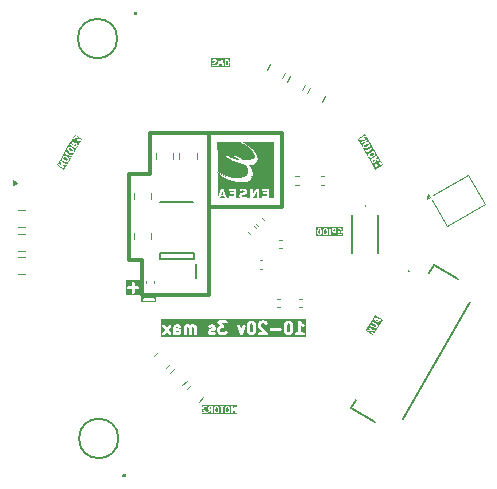
<source format=gbr>
%TF.GenerationSoftware,KiCad,Pcbnew,9.0.5*%
%TF.CreationDate,2025-10-19T17:26:29+02:00*%
%TF.ProjectId,PCB_PAPI,5043425f-5041-4504-992e-6b696361645f,rev?*%
%TF.SameCoordinates,Original*%
%TF.FileFunction,Legend,Bot*%
%TF.FilePolarity,Positive*%
%FSLAX46Y46*%
G04 Gerber Fmt 4.6, Leading zero omitted, Abs format (unit mm)*
G04 Created by KiCad (PCBNEW 9.0.5) date 2025-10-19 17:26:29*
%MOMM*%
%LPD*%
G01*
G04 APERTURE LIST*
%ADD10C,0.125000*%
%ADD11C,0.300000*%
%ADD12C,0.200000*%
%ADD13C,0.250000*%
%ADD14C,0.120000*%
%ADD15C,0.000000*%
%ADD16C,0.100000*%
G04 APERTURE END LIST*
D10*
G36*
X137462170Y-82347485D02*
G01*
X137471636Y-82356951D01*
X137487840Y-82389359D01*
X137508120Y-82470478D01*
X137508120Y-82574139D01*
X137487840Y-82655258D01*
X137471635Y-82687667D01*
X137462170Y-82697133D01*
X137436819Y-82709809D01*
X137418708Y-82709809D01*
X137393356Y-82697133D01*
X137383892Y-82687669D01*
X137367686Y-82655257D01*
X137347406Y-82574137D01*
X137347406Y-82470480D01*
X137367686Y-82389360D01*
X137383891Y-82356949D01*
X137393357Y-82347484D01*
X137418707Y-82334809D01*
X137436819Y-82334809D01*
X137462170Y-82347485D01*
G37*
G36*
X137985980Y-82347485D02*
G01*
X138014185Y-82375690D01*
X138031930Y-82446669D01*
X138031930Y-82597948D01*
X138014185Y-82668926D01*
X137985978Y-82697134D01*
X137960629Y-82709809D01*
X137894899Y-82709809D01*
X137869550Y-82697134D01*
X137841342Y-82668926D01*
X137823597Y-82597946D01*
X137823597Y-82446671D01*
X137841342Y-82375690D01*
X137869549Y-82347483D01*
X137894898Y-82334809D01*
X137960629Y-82334809D01*
X137985980Y-82347485D01*
G37*
G36*
X138746216Y-82471714D02*
G01*
X138632993Y-82471714D01*
X138607643Y-82459038D01*
X138598177Y-82449573D01*
X138585502Y-82424222D01*
X138585502Y-82382301D01*
X138598177Y-82356949D01*
X138607643Y-82347484D01*
X138632993Y-82334809D01*
X138746216Y-82334809D01*
X138746216Y-82471714D01*
G37*
G36*
X139457525Y-82897309D02*
G01*
X137159906Y-82897309D01*
X137159906Y-82462785D01*
X137222406Y-82462785D01*
X137222406Y-82581833D01*
X137223899Y-82589342D01*
X137224272Y-82596992D01*
X137248082Y-82692230D01*
X137251006Y-82698419D01*
X137252814Y-82705021D01*
X137276623Y-82752640D01*
X137282766Y-82760555D01*
X137288331Y-82768884D01*
X137312141Y-82792694D01*
X137320467Y-82798257D01*
X137328385Y-82804402D01*
X137376003Y-82828211D01*
X137379022Y-82829037D01*
X137380036Y-82830051D01*
X137389863Y-82832005D01*
X137399524Y-82834651D01*
X137400882Y-82834198D01*
X137403954Y-82834809D01*
X137451573Y-82834809D01*
X137454642Y-82834198D01*
X137456003Y-82834652D01*
X137465669Y-82832004D01*
X137475491Y-82830051D01*
X137476504Y-82829037D01*
X137479523Y-82828211D01*
X137527142Y-82804402D01*
X137535056Y-82798259D01*
X137543387Y-82792693D01*
X137567196Y-82768883D01*
X137572763Y-82760549D01*
X137578902Y-82752641D01*
X137602713Y-82705022D01*
X137604521Y-82698417D01*
X137607445Y-82692229D01*
X137631254Y-82596991D01*
X137631626Y-82589342D01*
X137633120Y-82581833D01*
X137633120Y-82462785D01*
X137631626Y-82455275D01*
X137631254Y-82447627D01*
X137629091Y-82438976D01*
X137698597Y-82438976D01*
X137698597Y-82605642D01*
X137700090Y-82613151D01*
X137700463Y-82620801D01*
X137724273Y-82716039D01*
X137727164Y-82722158D01*
X137727164Y-82724797D01*
X137731420Y-82731167D01*
X137734690Y-82738088D01*
X137736950Y-82739444D01*
X137740712Y-82745074D01*
X137788331Y-82792694D01*
X137796664Y-82798261D01*
X137804576Y-82804402D01*
X137852194Y-82828211D01*
X137855213Y-82829037D01*
X137856227Y-82830051D01*
X137866054Y-82832005D01*
X137875715Y-82834651D01*
X137877073Y-82834198D01*
X137880145Y-82834809D01*
X137975383Y-82834809D01*
X137978452Y-82834198D01*
X137979813Y-82834652D01*
X137989479Y-82832004D01*
X137999301Y-82830051D01*
X138000314Y-82829037D01*
X138003333Y-82828211D01*
X138050952Y-82804402D01*
X138058860Y-82798263D01*
X138067197Y-82792694D01*
X138114816Y-82745074D01*
X138118576Y-82739444D01*
X138120838Y-82738088D01*
X138124108Y-82731164D01*
X138128363Y-82724797D01*
X138128363Y-82722159D01*
X138131255Y-82716038D01*
X138155064Y-82620800D01*
X138155436Y-82613151D01*
X138156930Y-82605642D01*
X138156930Y-82438976D01*
X138155436Y-82431466D01*
X138155064Y-82423818D01*
X138131255Y-82328580D01*
X138128363Y-82322458D01*
X138128363Y-82319821D01*
X138124109Y-82313454D01*
X138120838Y-82306530D01*
X138118575Y-82305172D01*
X138114815Y-82299544D01*
X138087580Y-82272309D01*
X138246216Y-82272309D01*
X138246216Y-82772309D01*
X138250974Y-82796227D01*
X138284798Y-82830051D01*
X138332634Y-82830051D01*
X138366458Y-82796227D01*
X138371216Y-82772309D01*
X138371216Y-82367547D01*
X138460502Y-82367547D01*
X138460502Y-82438976D01*
X138461112Y-82442045D01*
X138460659Y-82443406D01*
X138463306Y-82453072D01*
X138465260Y-82462894D01*
X138466273Y-82463907D01*
X138467100Y-82466926D01*
X138490909Y-82514545D01*
X138497051Y-82522459D01*
X138502618Y-82530790D01*
X138526428Y-82554599D01*
X138534761Y-82560166D01*
X138542670Y-82566305D01*
X138590289Y-82590116D01*
X138593308Y-82590942D01*
X138594322Y-82591956D01*
X138604147Y-82593910D01*
X138613809Y-82596556D01*
X138615168Y-82596102D01*
X138618240Y-82596714D01*
X138746216Y-82596714D01*
X138746216Y-82772309D01*
X138750974Y-82796227D01*
X138784798Y-82830051D01*
X138832634Y-82830051D01*
X138866458Y-82796227D01*
X138871216Y-82772309D01*
X138871216Y-82558023D01*
X138960502Y-82558023D01*
X138960502Y-82724690D01*
X138965259Y-82748602D01*
X138965259Y-82748606D01*
X138978807Y-82768883D01*
X139002616Y-82792693D01*
X139005219Y-82794432D01*
X139005861Y-82795716D01*
X139014569Y-82800680D01*
X139022893Y-82806242D01*
X139024326Y-82806242D01*
X139027047Y-82807793D01*
X139098477Y-82831602D01*
X139108418Y-82832855D01*
X139118240Y-82834809D01*
X139165859Y-82834809D01*
X139175684Y-82832854D01*
X139185623Y-82831602D01*
X139257051Y-82807793D01*
X139259771Y-82806242D01*
X139261205Y-82806242D01*
X139269538Y-82800673D01*
X139278237Y-82795715D01*
X139278877Y-82794434D01*
X139281482Y-82792694D01*
X139329101Y-82745074D01*
X139334670Y-82736737D01*
X139340807Y-82728831D01*
X139364618Y-82681212D01*
X139366426Y-82674607D01*
X139369350Y-82668419D01*
X139393159Y-82573181D01*
X139393531Y-82565532D01*
X139395025Y-82558023D01*
X139395025Y-82486595D01*
X139393531Y-82479085D01*
X139393159Y-82471437D01*
X139369350Y-82376199D01*
X139366426Y-82370010D01*
X139364618Y-82363406D01*
X139340807Y-82315787D01*
X139334666Y-82307875D01*
X139329100Y-82299544D01*
X139281481Y-82251925D01*
X139278879Y-82250186D01*
X139278238Y-82248904D01*
X139269526Y-82243937D01*
X139261204Y-82238377D01*
X139259773Y-82238377D01*
X139257052Y-82236826D01*
X139185624Y-82213016D01*
X139175682Y-82211763D01*
X139165859Y-82209809D01*
X139094430Y-82209809D01*
X139091358Y-82210420D01*
X139089999Y-82209967D01*
X139080337Y-82212612D01*
X139070512Y-82214567D01*
X139069498Y-82215580D01*
X139066479Y-82216407D01*
X139018860Y-82240218D01*
X138999595Y-82255170D01*
X138984469Y-82300550D01*
X139005862Y-82343335D01*
X139051242Y-82358461D01*
X139074762Y-82352020D01*
X139109183Y-82334809D01*
X139155715Y-82334809D01*
X139203526Y-82350746D01*
X139233541Y-82380761D01*
X139249745Y-82413169D01*
X139270025Y-82494288D01*
X139270025Y-82550329D01*
X139249745Y-82631448D01*
X139233542Y-82663855D01*
X139203524Y-82693873D01*
X139155716Y-82709809D01*
X139128383Y-82709809D01*
X139085502Y-82695515D01*
X139085502Y-82620523D01*
X139118240Y-82620523D01*
X139142158Y-82615765D01*
X139175982Y-82581941D01*
X139175982Y-82534105D01*
X139142158Y-82500281D01*
X139118240Y-82495523D01*
X139023002Y-82495523D01*
X138999084Y-82500281D01*
X138965260Y-82534105D01*
X138960502Y-82558023D01*
X138871216Y-82558023D01*
X138871216Y-82272309D01*
X138866458Y-82248391D01*
X138832634Y-82214567D01*
X138808716Y-82209809D01*
X138618240Y-82209809D01*
X138615168Y-82210420D01*
X138613809Y-82209967D01*
X138604147Y-82212612D01*
X138594322Y-82214567D01*
X138593308Y-82215580D01*
X138590289Y-82216407D01*
X138542670Y-82240218D01*
X138534761Y-82246356D01*
X138526428Y-82251924D01*
X138502618Y-82275733D01*
X138497051Y-82284063D01*
X138490909Y-82291978D01*
X138467100Y-82339597D01*
X138466273Y-82342615D01*
X138465260Y-82343629D01*
X138463306Y-82353450D01*
X138460659Y-82363117D01*
X138461112Y-82364477D01*
X138460502Y-82367547D01*
X138371216Y-82367547D01*
X138371216Y-82272309D01*
X138366458Y-82248391D01*
X138332634Y-82214567D01*
X138284798Y-82214567D01*
X138250974Y-82248391D01*
X138246216Y-82272309D01*
X138087580Y-82272309D01*
X138067196Y-82251925D01*
X138058864Y-82246358D01*
X138050953Y-82240218D01*
X138003334Y-82216408D01*
X138000315Y-82215581D01*
X137999301Y-82214567D01*
X137989470Y-82212611D01*
X137979814Y-82209967D01*
X137978454Y-82210420D01*
X137975383Y-82209809D01*
X137880145Y-82209809D01*
X137877073Y-82210420D01*
X137875714Y-82209967D01*
X137866052Y-82212612D01*
X137856227Y-82214567D01*
X137855213Y-82215580D01*
X137852194Y-82216407D01*
X137804575Y-82240218D01*
X137796663Y-82246358D01*
X137788332Y-82251925D01*
X137740713Y-82299544D01*
X137736952Y-82305172D01*
X137734690Y-82306530D01*
X137731418Y-82313455D01*
X137727165Y-82319821D01*
X137727165Y-82322457D01*
X137724273Y-82328579D01*
X137700463Y-82423817D01*
X137700090Y-82431466D01*
X137698597Y-82438976D01*
X137629091Y-82438976D01*
X137607445Y-82352389D01*
X137604521Y-82346200D01*
X137602713Y-82339596D01*
X137578902Y-82291977D01*
X137572761Y-82284065D01*
X137567195Y-82275734D01*
X137543386Y-82251925D01*
X137535054Y-82246358D01*
X137527143Y-82240218D01*
X137479524Y-82216408D01*
X137476505Y-82215581D01*
X137475491Y-82214567D01*
X137465660Y-82212611D01*
X137456004Y-82209967D01*
X137454644Y-82210420D01*
X137451573Y-82209809D01*
X137403954Y-82209809D01*
X137400882Y-82210420D01*
X137399523Y-82209967D01*
X137389861Y-82212612D01*
X137380036Y-82214567D01*
X137379022Y-82215580D01*
X137376003Y-82216407D01*
X137328384Y-82240218D01*
X137320475Y-82246356D01*
X137312142Y-82251924D01*
X137288332Y-82275733D01*
X137282765Y-82284063D01*
X137276623Y-82291978D01*
X137252814Y-82339597D01*
X137251006Y-82346198D01*
X137248082Y-82352388D01*
X137224272Y-82447626D01*
X137223899Y-82455275D01*
X137222406Y-82462785D01*
X137159906Y-82462785D01*
X137159906Y-82147309D01*
X139457525Y-82147309D01*
X139457525Y-82897309D01*
G37*
D11*
X121300000Y-84900000D02*
X122400000Y-84900000D01*
X121300000Y-77600000D02*
X121300000Y-84900000D01*
X127500000Y-74200000D02*
X123100000Y-74200000D01*
X123100000Y-77600000D02*
X121300000Y-77600000D01*
X128100000Y-74200000D02*
X134300000Y-74200000D01*
D12*
X120408682Y-100028682D02*
G75*
G02*
X117071318Y-100028682I-1668682J0D01*
G01*
X117071318Y-100028682D02*
G75*
G02*
X120408682Y-100028682I1668682J0D01*
G01*
D11*
X128100000Y-74200000D02*
X127500000Y-74200000D01*
X134300000Y-80400000D02*
X128100000Y-80400000D01*
D12*
X120310000Y-66170000D02*
G75*
G02*
X116972636Y-66170000I-1668682J0D01*
G01*
X116972636Y-66170000D02*
G75*
G02*
X120310000Y-66170000I1668682J0D01*
G01*
D11*
X128100000Y-87900000D02*
X128100000Y-74200000D01*
X134300000Y-74200000D02*
X134300000Y-80400000D01*
X122400000Y-84900000D02*
X122400000Y-87900000D01*
X122400000Y-87900000D02*
X128100000Y-87900000D01*
X123100000Y-74200000D02*
X123100000Y-77600000D01*
D10*
G36*
X142098593Y-76492690D02*
G01*
X142100291Y-76520984D01*
X142096827Y-76533912D01*
X142081208Y-76557567D01*
X142044905Y-76578526D01*
X142016611Y-76580224D01*
X142003684Y-76576760D01*
X141980030Y-76561142D01*
X141923418Y-76463089D01*
X142041981Y-76394637D01*
X142098593Y-76492690D01*
G37*
G36*
X141986366Y-75847468D02*
G01*
X142010018Y-75863085D01*
X142042884Y-75920010D01*
X142044582Y-75948303D01*
X142034258Y-75986831D01*
X141981661Y-76037688D01*
X141850652Y-76113328D01*
X141780308Y-76133451D01*
X141741777Y-76123126D01*
X141718124Y-76107509D01*
X141685260Y-76050588D01*
X141683562Y-76022294D01*
X141693885Y-75983763D01*
X141746482Y-75932907D01*
X141877495Y-75857267D01*
X141947836Y-75837145D01*
X141986366Y-75847468D01*
G37*
G36*
X141533984Y-75063922D02*
G01*
X141557637Y-75079539D01*
X141590503Y-75136463D01*
X141592201Y-75164757D01*
X141581877Y-75203285D01*
X141529280Y-75254141D01*
X141398271Y-75329781D01*
X141327927Y-75349904D01*
X141289396Y-75339579D01*
X141265743Y-75323962D01*
X141232879Y-75267041D01*
X141231181Y-75238747D01*
X141241504Y-75200217D01*
X141294099Y-75149362D01*
X141425114Y-75073720D01*
X141495456Y-75053598D01*
X141533984Y-75063922D01*
G37*
G36*
X142820382Y-76891675D02*
G01*
X142170862Y-77266675D01*
X142000830Y-76972171D01*
X142085204Y-76972171D01*
X142087266Y-76978266D01*
X142085601Y-76984481D01*
X142094700Y-77000241D01*
X142100533Y-77017483D01*
X142106300Y-77020335D01*
X142109519Y-77025909D01*
X142127100Y-77030619D01*
X142143413Y-77038686D01*
X142149508Y-77036623D01*
X142155723Y-77038289D01*
X142178816Y-77030451D01*
X142557702Y-76811700D01*
X142597882Y-76881292D01*
X142613961Y-76899627D01*
X142660166Y-76912007D01*
X142701593Y-76888089D01*
X142713973Y-76841885D01*
X142706135Y-76818792D01*
X142563277Y-76571356D01*
X142547197Y-76553021D01*
X142500992Y-76540641D01*
X142459565Y-76564559D01*
X142447185Y-76610764D01*
X142455023Y-76633856D01*
X142495202Y-76703447D01*
X142264609Y-76836580D01*
X142265433Y-76830579D01*
X142262244Y-76777434D01*
X142256062Y-76753844D01*
X142220272Y-76722107D01*
X142172522Y-76724972D01*
X142140785Y-76760762D01*
X142137468Y-76784922D01*
X142140049Y-76827942D01*
X142126846Y-76877220D01*
X142091541Y-76948622D01*
X142085204Y-76972171D01*
X142000830Y-76972171D01*
X141698414Y-76448371D01*
X141776077Y-76448371D01*
X141783916Y-76471463D01*
X141879154Y-76636420D01*
X141881218Y-76638774D01*
X141881506Y-76640177D01*
X141888626Y-76647220D01*
X141895234Y-76654754D01*
X141896617Y-76655124D01*
X141898844Y-76657327D01*
X141943273Y-76686662D01*
X141952550Y-76690445D01*
X141961533Y-76694875D01*
X141994057Y-76703590D01*
X142004052Y-76704245D01*
X142013979Y-76705608D01*
X142067123Y-76702418D01*
X142070151Y-76701624D01*
X142071535Y-76701995D01*
X142081021Y-76698775D01*
X142090713Y-76696235D01*
X142091663Y-76695163D01*
X142094628Y-76694157D01*
X142156486Y-76658443D01*
X142158839Y-76656378D01*
X142160245Y-76656091D01*
X142167294Y-76648963D01*
X142174821Y-76642363D01*
X142175191Y-76640979D01*
X142177394Y-76638753D01*
X142206729Y-76594323D01*
X142210511Y-76585047D01*
X142214942Y-76576063D01*
X142223657Y-76543539D01*
X142224312Y-76533544D01*
X142225675Y-76523617D01*
X142223281Y-76483735D01*
X142408473Y-76499912D01*
X142432714Y-76497253D01*
X142469353Y-76466501D01*
X142473516Y-76418846D01*
X142442763Y-76382207D01*
X142419350Y-76375386D01*
X142162239Y-76352927D01*
X142150235Y-76332137D01*
X142302305Y-76244340D01*
X142320639Y-76228260D01*
X142333020Y-76182056D01*
X142309102Y-76140629D01*
X142262897Y-76128248D01*
X142239805Y-76136087D01*
X141806792Y-76386086D01*
X141788457Y-76402166D01*
X141776476Y-76446883D01*
X141776077Y-76448371D01*
X141698414Y-76448371D01*
X141450897Y-76019659D01*
X141558179Y-76019659D01*
X141561368Y-76072803D01*
X141562161Y-76075832D01*
X141561791Y-76077217D01*
X141565008Y-76086695D01*
X141567550Y-76096393D01*
X141568623Y-76097345D01*
X141569630Y-76100309D01*
X141617250Y-76182788D01*
X141619313Y-76185141D01*
X141619601Y-76186546D01*
X141626724Y-76193591D01*
X141633329Y-76201123D01*
X141634713Y-76201494D01*
X141636939Y-76203695D01*
X141681368Y-76233029D01*
X141690646Y-76236812D01*
X141699629Y-76241242D01*
X141764678Y-76258672D01*
X141771432Y-76259114D01*
X141773739Y-76260395D01*
X141781369Y-76259766D01*
X141789012Y-76260267D01*
X141791296Y-76258948D01*
X141798043Y-76258392D01*
X141892426Y-76231393D01*
X141899237Y-76227889D01*
X141906487Y-76225429D01*
X142050825Y-76142095D01*
X142056582Y-76137045D01*
X142063019Y-76132900D01*
X142133592Y-76064662D01*
X142137447Y-76059097D01*
X142139732Y-76057778D01*
X142143119Y-76050909D01*
X142147480Y-76044615D01*
X142147524Y-76041977D01*
X142150518Y-76035907D01*
X142167948Y-75970858D01*
X142168602Y-75960865D01*
X142169966Y-75950937D01*
X142166776Y-75897793D01*
X142165982Y-75894764D01*
X142166353Y-75893380D01*
X142163133Y-75883896D01*
X142160593Y-75874203D01*
X142159520Y-75873251D01*
X142158514Y-75870288D01*
X142110896Y-75787809D01*
X142108832Y-75785455D01*
X142108545Y-75784052D01*
X142101423Y-75777008D01*
X142094816Y-75769474D01*
X142093431Y-75769102D01*
X142091206Y-75766902D01*
X142046777Y-75737567D01*
X142037502Y-75733784D01*
X142028515Y-75729353D01*
X141963466Y-75711924D01*
X141956710Y-75711481D01*
X141954406Y-75710202D01*
X141946776Y-75710830D01*
X141939132Y-75710330D01*
X141936847Y-75711649D01*
X141930102Y-75712205D01*
X141835719Y-75739204D01*
X141828910Y-75742705D01*
X141821658Y-75745167D01*
X141677320Y-75828500D01*
X141671562Y-75833549D01*
X141665125Y-75837696D01*
X141594551Y-75905935D01*
X141590695Y-75911499D01*
X141588411Y-75912819D01*
X141585023Y-75919687D01*
X141580664Y-75925981D01*
X141580619Y-75928618D01*
X141577625Y-75934691D01*
X141560196Y-75999740D01*
X141559541Y-76009738D01*
X141558179Y-76019659D01*
X141450897Y-76019659D01*
X141210318Y-75602964D01*
X141287982Y-75602964D01*
X141295820Y-75626057D01*
X141438677Y-75873493D01*
X141454757Y-75891827D01*
X141500961Y-75904208D01*
X141542388Y-75880290D01*
X141554769Y-75834085D01*
X141546930Y-75810993D01*
X141506752Y-75741402D01*
X141885638Y-75522652D01*
X141903972Y-75506572D01*
X141916353Y-75460368D01*
X141892435Y-75418941D01*
X141846230Y-75406560D01*
X141823138Y-75414399D01*
X141444252Y-75633148D01*
X141404074Y-75563557D01*
X141387994Y-75545222D01*
X141341790Y-75532842D01*
X141300362Y-75556760D01*
X141287982Y-75602964D01*
X141210318Y-75602964D01*
X140998516Y-75236112D01*
X141105798Y-75236112D01*
X141108987Y-75289256D01*
X141109780Y-75292285D01*
X141109410Y-75293670D01*
X141112627Y-75303148D01*
X141115169Y-75312846D01*
X141116242Y-75313798D01*
X141117249Y-75316762D01*
X141164869Y-75399241D01*
X141166932Y-75401594D01*
X141167220Y-75402999D01*
X141174343Y-75410044D01*
X141180948Y-75417576D01*
X141182332Y-75417947D01*
X141184558Y-75420148D01*
X141228987Y-75449482D01*
X141238265Y-75453265D01*
X141247248Y-75457695D01*
X141312297Y-75475125D01*
X141319051Y-75475567D01*
X141321358Y-75476848D01*
X141328988Y-75476219D01*
X141336631Y-75476720D01*
X141338915Y-75475401D01*
X141345662Y-75474845D01*
X141440045Y-75447846D01*
X141446856Y-75444342D01*
X141454106Y-75441882D01*
X141598444Y-75358548D01*
X141604199Y-75353499D01*
X141610637Y-75349354D01*
X141681211Y-75281115D01*
X141685065Y-75275551D01*
X141687351Y-75274232D01*
X141690738Y-75267363D01*
X141695099Y-75261069D01*
X141695143Y-75258430D01*
X141698137Y-75252360D01*
X141715567Y-75187311D01*
X141716221Y-75177318D01*
X141717585Y-75167390D01*
X141714395Y-75114246D01*
X141713601Y-75111217D01*
X141713972Y-75109833D01*
X141710752Y-75100349D01*
X141708212Y-75090656D01*
X141707139Y-75089704D01*
X141706133Y-75086741D01*
X141658515Y-75004262D01*
X141656450Y-75001907D01*
X141656163Y-75000504D01*
X141649045Y-74993464D01*
X141642435Y-74985927D01*
X141641049Y-74985555D01*
X141638824Y-74983355D01*
X141594396Y-74954021D01*
X141585120Y-74950238D01*
X141576136Y-74945808D01*
X141511086Y-74928378D01*
X141504331Y-74927935D01*
X141502025Y-74926655D01*
X141494394Y-74927283D01*
X141486752Y-74926783D01*
X141484467Y-74928101D01*
X141477721Y-74928658D01*
X141383338Y-74955657D01*
X141376526Y-74959160D01*
X141369277Y-74961621D01*
X141224939Y-75044954D01*
X141219181Y-75050003D01*
X141212745Y-75054149D01*
X141142171Y-75122387D01*
X141138315Y-75127952D01*
X141136030Y-75129272D01*
X141132642Y-75136141D01*
X141128283Y-75142434D01*
X141128238Y-75145071D01*
X141125244Y-75151144D01*
X141107815Y-75216193D01*
X141107160Y-75226191D01*
X141105798Y-75236112D01*
X140998516Y-75236112D01*
X140698413Y-74716318D01*
X140776077Y-74716318D01*
X140781631Y-74725938D01*
X140782596Y-74737004D01*
X140793122Y-74745841D01*
X140799995Y-74757746D01*
X140810724Y-74760620D01*
X140819230Y-74767762D01*
X140843471Y-74770425D01*
X141102676Y-74747825D01*
X140953501Y-74961004D01*
X140943687Y-74983328D01*
X140945618Y-74994264D01*
X140942744Y-75004994D01*
X140949616Y-75016897D01*
X140952007Y-75030433D01*
X140961107Y-75036801D01*
X140966662Y-75046422D01*
X140979940Y-75049979D01*
X140991200Y-75057859D01*
X141002136Y-75055927D01*
X141012866Y-75058802D01*
X141035959Y-75050964D01*
X141468971Y-74800964D01*
X141487305Y-74784884D01*
X141499686Y-74738680D01*
X141475768Y-74697253D01*
X141429563Y-74684872D01*
X141406471Y-74692711D01*
X141217437Y-74801849D01*
X141281877Y-74709762D01*
X141288358Y-74695018D01*
X141290272Y-74692740D01*
X141290121Y-74691009D01*
X141291692Y-74687437D01*
X141287974Y-74666390D01*
X141286117Y-74645085D01*
X141283879Y-74643206D01*
X141283372Y-74640332D01*
X141265863Y-74628080D01*
X141249483Y-74614327D01*
X141245600Y-74613900D01*
X141244179Y-74612906D01*
X141241252Y-74613422D01*
X141225242Y-74611664D01*
X141113271Y-74621426D01*
X141302305Y-74512288D01*
X141320639Y-74496208D01*
X141333020Y-74450004D01*
X141309102Y-74408577D01*
X141262897Y-74396196D01*
X141239805Y-74404035D01*
X140806792Y-74654034D01*
X140788457Y-74670114D01*
X140785582Y-74680843D01*
X140778441Y-74689349D01*
X140779634Y-74703040D01*
X140776077Y-74716318D01*
X140698413Y-74716318D01*
X140667288Y-74662408D01*
X141316808Y-74287407D01*
X142820382Y-76891675D01*
G37*
G36*
X142356439Y-90017269D02*
G01*
X142324105Y-90073272D01*
X142256267Y-89996770D01*
X142356439Y-90017269D01*
G37*
G36*
X142772125Y-89957996D02*
G01*
X141993036Y-91307417D01*
X141343653Y-90932495D01*
X141381154Y-90867541D01*
X141454514Y-90867541D01*
X141457593Y-90915278D01*
X141493524Y-90946855D01*
X141517698Y-90950063D01*
X141775956Y-90933407D01*
X141890662Y-91165395D01*
X141905529Y-91184726D01*
X141950840Y-91200055D01*
X141993721Y-91178852D01*
X142009050Y-91133540D01*
X142002714Y-91109991D01*
X141911093Y-90924691D01*
X142117378Y-90911388D01*
X142140940Y-90905101D01*
X142172517Y-90869170D01*
X142169438Y-90821433D01*
X142133507Y-90789856D01*
X142109333Y-90786648D01*
X141851073Y-90803303D01*
X141736368Y-90571316D01*
X141721501Y-90551985D01*
X141676190Y-90536656D01*
X141633309Y-90557859D01*
X141617980Y-90603170D01*
X141624316Y-90626720D01*
X141715936Y-90812019D01*
X141509654Y-90825323D01*
X141486091Y-90831610D01*
X141454514Y-90867541D01*
X141381154Y-90867541D01*
X141636134Y-90425903D01*
X141713616Y-90425903D01*
X141725996Y-90472107D01*
X141744331Y-90488187D01*
X142094865Y-90690568D01*
X142097829Y-90691574D01*
X142098780Y-90692646D01*
X142108471Y-90695186D01*
X142117958Y-90698406D01*
X142119341Y-90698035D01*
X142122370Y-90698829D01*
X142175514Y-90702019D01*
X142185441Y-90700656D01*
X142195436Y-90700001D01*
X142227959Y-90691286D01*
X142236941Y-90686856D01*
X142246220Y-90683073D01*
X142290648Y-90653739D01*
X142292873Y-90651538D01*
X142294259Y-90651167D01*
X142300869Y-90643629D01*
X142307987Y-90636590D01*
X142308274Y-90635186D01*
X142310339Y-90632832D01*
X142357957Y-90550353D01*
X142358963Y-90547389D01*
X142360036Y-90546438D01*
X142362576Y-90536744D01*
X142365796Y-90527261D01*
X142365425Y-90525876D01*
X142366219Y-90522848D01*
X142369409Y-90469704D01*
X142368045Y-90459775D01*
X142367391Y-90449783D01*
X142358676Y-90417258D01*
X142354246Y-90408275D01*
X142350463Y-90398997D01*
X142321129Y-90354568D01*
X142318928Y-90352342D01*
X142318557Y-90350958D01*
X142311022Y-90344350D01*
X142303980Y-90337230D01*
X142302576Y-90336942D01*
X142300222Y-90334878D01*
X141949688Y-90132497D01*
X141926595Y-90124659D01*
X141880391Y-90137039D01*
X141856473Y-90178467D01*
X141868853Y-90224671D01*
X141887188Y-90240751D01*
X142224944Y-90435755D01*
X142240560Y-90459406D01*
X142244025Y-90472336D01*
X142242327Y-90500630D01*
X142209461Y-90557554D01*
X142185809Y-90573171D01*
X142172880Y-90576635D01*
X142144587Y-90574937D01*
X141806831Y-90379933D01*
X141783738Y-90372095D01*
X141737534Y-90384475D01*
X141713616Y-90425903D01*
X141636134Y-90425903D01*
X141934102Y-89909806D01*
X142023739Y-89909806D01*
X142026311Y-89913702D01*
X142026032Y-89918365D01*
X142038341Y-89939417D01*
X142388021Y-90333754D01*
X142407450Y-90348492D01*
X142455198Y-90351358D01*
X142490989Y-90319621D01*
X142493855Y-90271872D01*
X142481546Y-90250820D01*
X142411525Y-90171857D01*
X142485526Y-90043685D01*
X142588920Y-90064843D01*
X142613306Y-90064977D01*
X142653224Y-90038620D01*
X142662815Y-89991756D01*
X142636458Y-89951837D01*
X142613980Y-89942381D01*
X142097634Y-89836719D01*
X142073248Y-89836585D01*
X142069351Y-89839157D01*
X142064689Y-89838878D01*
X142049864Y-89852023D01*
X142033329Y-89862941D01*
X142032392Y-89867517D01*
X142028898Y-89870616D01*
X142027710Y-89890396D01*
X142023739Y-89909806D01*
X141934102Y-89909806D01*
X142122741Y-89583074D01*
X142772125Y-89957996D01*
G37*
G36*
X129625617Y-68046127D02*
G01*
X129655632Y-68076142D01*
X129671836Y-68108550D01*
X129692116Y-68189669D01*
X129692116Y-68245710D01*
X129671836Y-68326829D01*
X129655632Y-68359237D01*
X129625617Y-68389252D01*
X129577806Y-68405190D01*
X129531402Y-68405190D01*
X129531402Y-68030190D01*
X129577806Y-68030190D01*
X129625617Y-68046127D01*
G37*
G36*
X129879616Y-68592690D02*
G01*
X128272474Y-68592690D01*
X128272474Y-68324833D01*
X128334974Y-68324833D01*
X128334974Y-68372452D01*
X128335584Y-68375521D01*
X128335131Y-68376882D01*
X128337778Y-68386548D01*
X128339732Y-68396370D01*
X128340745Y-68397383D01*
X128341572Y-68400402D01*
X128365381Y-68448021D01*
X128371523Y-68455935D01*
X128377090Y-68464266D01*
X128400900Y-68488075D01*
X128409233Y-68493642D01*
X128417142Y-68499781D01*
X128464761Y-68523592D01*
X128467780Y-68524418D01*
X128468794Y-68525432D01*
X128478619Y-68527386D01*
X128488281Y-68530032D01*
X128489640Y-68529578D01*
X128492712Y-68530190D01*
X128611759Y-68530190D01*
X128621584Y-68528235D01*
X128631523Y-68526983D01*
X128702953Y-68503173D01*
X128724139Y-68491095D01*
X128730895Y-68477583D01*
X128788142Y-68477583D01*
X128813212Y-68518322D01*
X128859747Y-68529402D01*
X128900486Y-68504332D01*
X128910654Y-68482166D01*
X128972331Y-68223119D01*
X129003750Y-68340937D01*
X129014510Y-68362821D01*
X129021883Y-68367089D01*
X129026152Y-68374463D01*
X129041848Y-68378648D01*
X129055907Y-68386788D01*
X129064139Y-68384592D01*
X129072372Y-68386788D01*
X129086433Y-68378647D01*
X129102128Y-68374462D01*
X129106395Y-68367090D01*
X129113770Y-68362821D01*
X129124530Y-68340937D01*
X129155948Y-68223119D01*
X129217626Y-68482166D01*
X129227794Y-68504332D01*
X129268533Y-68529402D01*
X129315068Y-68518322D01*
X129340138Y-68477583D01*
X129339226Y-68453214D01*
X129223625Y-67967690D01*
X129406402Y-67967690D01*
X129406402Y-68467690D01*
X129411160Y-68491608D01*
X129444984Y-68525432D01*
X129468902Y-68530190D01*
X129587950Y-68530190D01*
X129597773Y-68528235D01*
X129607715Y-68526983D01*
X129679143Y-68503173D01*
X129681864Y-68501622D01*
X129683295Y-68501622D01*
X129691617Y-68496061D01*
X129700329Y-68491095D01*
X129700970Y-68489812D01*
X129703572Y-68488074D01*
X129751191Y-68440455D01*
X129756757Y-68432123D01*
X129762898Y-68424212D01*
X129786709Y-68376593D01*
X129788517Y-68369988D01*
X129791441Y-68363800D01*
X129815250Y-68268562D01*
X129815622Y-68260913D01*
X129817116Y-68253404D01*
X129817116Y-68181976D01*
X129815622Y-68174466D01*
X129815250Y-68166818D01*
X129791441Y-68071580D01*
X129788517Y-68065391D01*
X129786709Y-68058787D01*
X129762898Y-68011168D01*
X129756757Y-68003256D01*
X129751191Y-67994925D01*
X129703572Y-67947306D01*
X129700970Y-67945567D01*
X129700329Y-67944285D01*
X129691617Y-67939318D01*
X129683295Y-67933758D01*
X129681864Y-67933758D01*
X129679143Y-67932207D01*
X129607715Y-67908397D01*
X129597773Y-67907144D01*
X129587950Y-67905190D01*
X129468902Y-67905190D01*
X129444984Y-67909948D01*
X129411160Y-67943772D01*
X129406402Y-67967690D01*
X129223625Y-67967690D01*
X129220178Y-67953214D01*
X129210010Y-67931048D01*
X129202048Y-67926148D01*
X129197366Y-67918061D01*
X129182436Y-67914079D01*
X129169271Y-67905978D01*
X129160176Y-67908143D01*
X129151145Y-67905735D01*
X129137770Y-67913478D01*
X129122736Y-67917058D01*
X129117837Y-67925018D01*
X129109748Y-67929702D01*
X129098988Y-67951586D01*
X129064140Y-68082266D01*
X129029292Y-67951586D01*
X129018532Y-67929702D01*
X129010443Y-67925018D01*
X129005544Y-67917058D01*
X128990508Y-67913478D01*
X128977134Y-67905735D01*
X128968102Y-67908143D01*
X128959009Y-67905978D01*
X128945846Y-67914078D01*
X128930914Y-67918060D01*
X128926230Y-67926148D01*
X128918270Y-67931048D01*
X128908102Y-67953214D01*
X128789054Y-68453214D01*
X128788142Y-68477583D01*
X128730895Y-68477583D01*
X128745531Y-68448311D01*
X128730403Y-68402930D01*
X128687619Y-68381538D01*
X128663424Y-68384587D01*
X128601616Y-68405190D01*
X128507465Y-68405190D01*
X128482115Y-68392514D01*
X128472649Y-68383049D01*
X128459974Y-68357698D01*
X128459974Y-68339587D01*
X128472650Y-68314235D01*
X128482114Y-68304770D01*
X128514524Y-68288565D01*
X128603109Y-68266419D01*
X128609298Y-68263494D01*
X128615900Y-68261687D01*
X128663519Y-68237878D01*
X128671433Y-68231735D01*
X128679764Y-68226169D01*
X128703573Y-68202359D01*
X128709140Y-68194025D01*
X128715279Y-68186117D01*
X128739090Y-68138498D01*
X128739916Y-68135478D01*
X128740930Y-68134465D01*
X128742884Y-68124639D01*
X128745530Y-68114978D01*
X128745076Y-68113618D01*
X128745688Y-68110547D01*
X128745688Y-68062928D01*
X128745076Y-68059856D01*
X128745530Y-68058497D01*
X128742884Y-68048835D01*
X128740930Y-68039010D01*
X128739916Y-68037996D01*
X128739090Y-68034977D01*
X128715279Y-67987358D01*
X128709138Y-67979446D01*
X128703572Y-67971115D01*
X128679763Y-67947306D01*
X128671431Y-67941739D01*
X128663520Y-67935599D01*
X128615901Y-67911789D01*
X128612882Y-67910962D01*
X128611868Y-67909948D01*
X128602037Y-67907992D01*
X128592381Y-67905348D01*
X128591021Y-67905801D01*
X128587950Y-67905190D01*
X128468902Y-67905190D01*
X128459077Y-67907144D01*
X128449137Y-67908397D01*
X128377709Y-67932207D01*
X128356523Y-67944285D01*
X128335132Y-67987070D01*
X128350259Y-68032451D01*
X128393044Y-68053842D01*
X128417239Y-68050793D01*
X128479046Y-68030190D01*
X128573196Y-68030190D01*
X128598547Y-68042866D01*
X128608013Y-68052332D01*
X128620688Y-68077681D01*
X128620688Y-68095793D01*
X128608012Y-68121143D01*
X128598547Y-68130609D01*
X128566136Y-68146814D01*
X128477553Y-68168961D01*
X128471362Y-68171885D01*
X128464761Y-68173693D01*
X128417143Y-68197502D01*
X128409225Y-68203646D01*
X128400899Y-68209210D01*
X128377089Y-68233020D01*
X128371524Y-68241348D01*
X128365381Y-68249264D01*
X128341572Y-68296883D01*
X128340745Y-68299901D01*
X128339732Y-68300915D01*
X128337778Y-68310736D01*
X128335131Y-68320403D01*
X128335584Y-68321763D01*
X128334974Y-68324833D01*
X128272474Y-68324833D01*
X128272474Y-67842690D01*
X129879616Y-67842690D01*
X129879616Y-68592690D01*
G37*
G36*
X128787884Y-97400525D02*
G01*
X128816089Y-97428730D01*
X128833834Y-97499709D01*
X128833834Y-97650988D01*
X128816089Y-97721966D01*
X128787882Y-97750174D01*
X128762533Y-97762849D01*
X128696803Y-97762849D01*
X128671454Y-97750174D01*
X128643246Y-97721966D01*
X128625501Y-97650986D01*
X128625501Y-97499711D01*
X128643246Y-97428730D01*
X128671453Y-97400523D01*
X128696802Y-97387849D01*
X128762533Y-97387849D01*
X128787884Y-97400525D01*
G37*
G36*
X129692646Y-97400525D02*
G01*
X129720851Y-97428730D01*
X129738596Y-97499709D01*
X129738596Y-97650988D01*
X129720851Y-97721966D01*
X129692644Y-97750174D01*
X129667295Y-97762849D01*
X129601565Y-97762849D01*
X129576216Y-97750174D01*
X129548008Y-97721966D01*
X129530263Y-97650986D01*
X129530263Y-97499711D01*
X129548008Y-97428730D01*
X129576215Y-97400523D01*
X129601564Y-97387849D01*
X129667295Y-97387849D01*
X129692646Y-97400525D01*
G37*
G36*
X128286215Y-97524754D02*
G01*
X128172992Y-97524754D01*
X128147642Y-97512078D01*
X128138176Y-97502613D01*
X128125501Y-97477262D01*
X128125501Y-97435341D01*
X128138176Y-97409989D01*
X128147642Y-97400524D01*
X128172992Y-97387849D01*
X128286215Y-97387849D01*
X128286215Y-97524754D01*
G37*
G36*
X130473716Y-97950349D02*
G01*
X127461810Y-97950349D01*
X127461810Y-97420587D01*
X127524310Y-97420587D01*
X127524310Y-97468206D01*
X127526264Y-97478031D01*
X127527517Y-97487970D01*
X127551327Y-97559400D01*
X127552878Y-97562120D01*
X127552878Y-97563552D01*
X127558438Y-97571874D01*
X127563405Y-97580586D01*
X127564687Y-97581227D01*
X127566426Y-97583829D01*
X127745446Y-97762849D01*
X127586810Y-97762849D01*
X127562892Y-97767607D01*
X127529068Y-97801431D01*
X127529068Y-97849267D01*
X127562892Y-97883091D01*
X127586810Y-97887849D01*
X127896334Y-97887849D01*
X127920247Y-97883092D01*
X127920251Y-97883092D01*
X127954077Y-97849266D01*
X127954077Y-97801432D01*
X127940528Y-97781155D01*
X127665247Y-97505874D01*
X127649310Y-97458062D01*
X127649310Y-97435340D01*
X127661986Y-97409989D01*
X127671452Y-97400523D01*
X127696801Y-97387849D01*
X127786342Y-97387849D01*
X127811693Y-97400525D01*
X127828330Y-97417162D01*
X127848607Y-97430710D01*
X127896441Y-97430710D01*
X127906564Y-97420587D01*
X128000501Y-97420587D01*
X128000501Y-97492016D01*
X128001111Y-97495085D01*
X128000658Y-97496446D01*
X128003305Y-97506112D01*
X128005259Y-97515934D01*
X128006272Y-97516947D01*
X128007099Y-97519966D01*
X128030908Y-97567585D01*
X128037050Y-97575499D01*
X128042617Y-97583830D01*
X128066427Y-97607639D01*
X128074760Y-97613206D01*
X128082669Y-97619345D01*
X128118404Y-97637213D01*
X128011799Y-97789508D01*
X128001981Y-97811831D01*
X128010294Y-97858937D01*
X128049483Y-97886369D01*
X128096589Y-97878056D01*
X128114203Y-97861190D01*
X128262208Y-97649754D01*
X128286215Y-97649754D01*
X128286215Y-97825349D01*
X128290973Y-97849267D01*
X128324797Y-97883091D01*
X128372633Y-97883091D01*
X128406457Y-97849267D01*
X128411215Y-97825349D01*
X128411215Y-97492016D01*
X128500501Y-97492016D01*
X128500501Y-97658682D01*
X128501994Y-97666191D01*
X128502367Y-97673841D01*
X128526177Y-97769079D01*
X128529068Y-97775198D01*
X128529068Y-97777837D01*
X128533324Y-97784207D01*
X128536594Y-97791128D01*
X128538854Y-97792484D01*
X128542616Y-97798114D01*
X128590235Y-97845734D01*
X128598568Y-97851301D01*
X128606480Y-97857442D01*
X128654098Y-97881251D01*
X128657117Y-97882077D01*
X128658131Y-97883091D01*
X128667958Y-97885045D01*
X128677619Y-97887691D01*
X128678977Y-97887238D01*
X128682049Y-97887849D01*
X128777287Y-97887849D01*
X128780356Y-97887238D01*
X128781717Y-97887692D01*
X128791383Y-97885044D01*
X128801205Y-97883091D01*
X128802218Y-97882077D01*
X128805237Y-97881251D01*
X128852856Y-97857442D01*
X128860764Y-97851303D01*
X128869101Y-97845734D01*
X128916720Y-97798114D01*
X128920480Y-97792484D01*
X128922742Y-97791128D01*
X128926012Y-97784204D01*
X128930267Y-97777837D01*
X128930267Y-97775199D01*
X128933159Y-97769078D01*
X128956968Y-97673840D01*
X128957340Y-97666191D01*
X128958834Y-97658682D01*
X128958834Y-97492016D01*
X128957340Y-97484506D01*
X128956968Y-97476858D01*
X128933159Y-97381620D01*
X128930267Y-97375498D01*
X128930267Y-97372861D01*
X128926013Y-97366494D01*
X128922742Y-97359570D01*
X128920479Y-97358212D01*
X128916719Y-97352584D01*
X128869100Y-97304965D01*
X128863811Y-97301431D01*
X128981449Y-97301431D01*
X128981449Y-97349267D01*
X129015273Y-97383091D01*
X129039191Y-97387849D01*
X129119548Y-97387849D01*
X129119548Y-97825349D01*
X129124306Y-97849267D01*
X129158130Y-97883091D01*
X129205966Y-97883091D01*
X129239790Y-97849267D01*
X129244548Y-97825349D01*
X129244548Y-97492016D01*
X129405263Y-97492016D01*
X129405263Y-97658682D01*
X129406756Y-97666191D01*
X129407129Y-97673841D01*
X129430939Y-97769079D01*
X129433830Y-97775198D01*
X129433830Y-97777837D01*
X129438086Y-97784207D01*
X129441356Y-97791128D01*
X129443616Y-97792484D01*
X129447378Y-97798114D01*
X129494997Y-97845734D01*
X129503330Y-97851301D01*
X129511242Y-97857442D01*
X129558860Y-97881251D01*
X129561879Y-97882077D01*
X129562893Y-97883091D01*
X129572720Y-97885045D01*
X129582381Y-97887691D01*
X129583739Y-97887238D01*
X129586811Y-97887849D01*
X129682049Y-97887849D01*
X129685118Y-97887238D01*
X129686479Y-97887692D01*
X129696145Y-97885044D01*
X129705967Y-97883091D01*
X129706980Y-97882077D01*
X129709999Y-97881251D01*
X129757618Y-97857442D01*
X129765526Y-97851303D01*
X129773863Y-97845734D01*
X129821482Y-97798114D01*
X129825242Y-97792484D01*
X129827504Y-97791128D01*
X129830774Y-97784204D01*
X129835029Y-97777837D01*
X129835029Y-97775199D01*
X129837921Y-97769078D01*
X129861730Y-97673840D01*
X129862102Y-97666191D01*
X129863596Y-97658682D01*
X129863596Y-97492016D01*
X129862102Y-97484506D01*
X129861730Y-97476858D01*
X129837921Y-97381620D01*
X129835029Y-97375498D01*
X129835029Y-97372861D01*
X129830775Y-97366494D01*
X129827504Y-97359570D01*
X129825241Y-97358212D01*
X129821481Y-97352584D01*
X129794246Y-97325349D01*
X129952883Y-97325349D01*
X129952883Y-97825349D01*
X129957641Y-97849267D01*
X129991465Y-97883091D01*
X130039301Y-97883091D01*
X130073125Y-97849267D01*
X130077883Y-97825349D01*
X130077883Y-97607072D01*
X130125413Y-97708923D01*
X130134941Y-97721910D01*
X130135957Y-97724702D01*
X130137527Y-97725435D01*
X130139839Y-97728585D01*
X130159944Y-97735896D01*
X130179305Y-97744931D01*
X130182047Y-97743933D01*
X130184793Y-97744932D01*
X130204172Y-97735888D01*
X130224259Y-97728584D01*
X130226567Y-97725437D01*
X130228141Y-97724703D01*
X130229157Y-97721907D01*
X130238685Y-97708922D01*
X130286216Y-97607070D01*
X130286216Y-97825349D01*
X130290974Y-97849267D01*
X130324798Y-97883091D01*
X130372634Y-97883091D01*
X130406458Y-97849267D01*
X130411216Y-97825349D01*
X130411216Y-97325349D01*
X130406458Y-97301431D01*
X130398603Y-97293576D01*
X130394808Y-97283139D01*
X130382354Y-97277327D01*
X130372634Y-97267607D01*
X130361525Y-97267607D01*
X130351460Y-97262910D01*
X130338543Y-97267607D01*
X130324798Y-97267607D01*
X130316943Y-97275461D01*
X130306506Y-97279257D01*
X130292080Y-97298919D01*
X130182049Y-97534698D01*
X130072019Y-97298919D01*
X130057593Y-97279257D01*
X130047155Y-97275461D01*
X130039301Y-97267607D01*
X130025556Y-97267607D01*
X130012639Y-97262910D01*
X130002574Y-97267607D01*
X129991465Y-97267607D01*
X129981744Y-97277327D01*
X129969291Y-97283139D01*
X129965495Y-97293576D01*
X129957641Y-97301431D01*
X129952883Y-97325349D01*
X129794246Y-97325349D01*
X129773862Y-97304965D01*
X129765530Y-97299398D01*
X129757619Y-97293258D01*
X129710000Y-97269448D01*
X129706981Y-97268621D01*
X129705967Y-97267607D01*
X129696136Y-97265651D01*
X129686480Y-97263007D01*
X129685120Y-97263460D01*
X129682049Y-97262849D01*
X129586811Y-97262849D01*
X129583739Y-97263460D01*
X129582380Y-97263007D01*
X129572718Y-97265652D01*
X129562893Y-97267607D01*
X129561879Y-97268620D01*
X129558860Y-97269447D01*
X129511241Y-97293258D01*
X129503329Y-97299398D01*
X129494998Y-97304965D01*
X129447379Y-97352584D01*
X129443618Y-97358212D01*
X129441356Y-97359570D01*
X129438084Y-97366495D01*
X129433831Y-97372861D01*
X129433831Y-97375497D01*
X129430939Y-97381619D01*
X129407129Y-97476857D01*
X129406756Y-97484506D01*
X129405263Y-97492016D01*
X129244548Y-97492016D01*
X129244548Y-97387849D01*
X129324905Y-97387849D01*
X129348823Y-97383091D01*
X129382647Y-97349267D01*
X129382647Y-97301431D01*
X129348823Y-97267607D01*
X129324905Y-97262849D01*
X129039191Y-97262849D01*
X129015273Y-97267607D01*
X128981449Y-97301431D01*
X128863811Y-97301431D01*
X128860768Y-97299398D01*
X128852857Y-97293258D01*
X128805238Y-97269448D01*
X128802219Y-97268621D01*
X128801205Y-97267607D01*
X128791374Y-97265651D01*
X128781718Y-97263007D01*
X128780358Y-97263460D01*
X128777287Y-97262849D01*
X128682049Y-97262849D01*
X128678977Y-97263460D01*
X128677618Y-97263007D01*
X128667956Y-97265652D01*
X128658131Y-97267607D01*
X128657117Y-97268620D01*
X128654098Y-97269447D01*
X128606479Y-97293258D01*
X128598567Y-97299398D01*
X128590236Y-97304965D01*
X128542617Y-97352584D01*
X128538856Y-97358212D01*
X128536594Y-97359570D01*
X128533322Y-97366495D01*
X128529069Y-97372861D01*
X128529069Y-97375497D01*
X128526177Y-97381619D01*
X128502367Y-97476857D01*
X128501994Y-97484506D01*
X128500501Y-97492016D01*
X128411215Y-97492016D01*
X128411215Y-97325349D01*
X128406457Y-97301431D01*
X128372633Y-97267607D01*
X128348715Y-97262849D01*
X128158239Y-97262849D01*
X128155167Y-97263460D01*
X128153808Y-97263007D01*
X128144146Y-97265652D01*
X128134321Y-97267607D01*
X128133307Y-97268620D01*
X128130288Y-97269447D01*
X128082669Y-97293258D01*
X128074760Y-97299396D01*
X128066427Y-97304964D01*
X128042617Y-97328773D01*
X128037050Y-97337103D01*
X128030908Y-97345018D01*
X128007099Y-97392637D01*
X128006272Y-97395655D01*
X128005259Y-97396669D01*
X128003305Y-97406490D01*
X128000658Y-97416157D01*
X128001111Y-97417517D01*
X128000501Y-97420587D01*
X127906564Y-97420587D01*
X127930266Y-97396885D01*
X127930266Y-97349051D01*
X127916718Y-97328774D01*
X127892909Y-97304965D01*
X127884577Y-97299398D01*
X127876666Y-97293258D01*
X127829047Y-97269448D01*
X127826028Y-97268621D01*
X127825014Y-97267607D01*
X127815183Y-97265651D01*
X127805527Y-97263007D01*
X127804167Y-97263460D01*
X127801096Y-97262849D01*
X127682048Y-97262849D01*
X127678976Y-97263460D01*
X127677617Y-97263007D01*
X127667955Y-97265652D01*
X127658130Y-97267607D01*
X127657116Y-97268620D01*
X127654097Y-97269447D01*
X127606478Y-97293258D01*
X127598566Y-97299398D01*
X127590235Y-97304965D01*
X127566426Y-97328774D01*
X127560859Y-97337105D01*
X127554719Y-97345017D01*
X127530909Y-97392636D01*
X127530082Y-97395654D01*
X127529068Y-97396669D01*
X127527112Y-97406499D01*
X127524468Y-97416156D01*
X127524921Y-97417515D01*
X127524310Y-97420587D01*
X127461810Y-97420587D01*
X127461810Y-97200349D01*
X130473716Y-97200349D01*
X130473716Y-97950349D01*
G37*
G36*
X115919490Y-76237908D02*
G01*
X116050502Y-76313547D01*
X116103098Y-76364404D01*
X116113422Y-76402932D01*
X116111724Y-76431226D01*
X116078858Y-76488149D01*
X116055205Y-76503767D01*
X116016678Y-76514091D01*
X115946334Y-76493967D01*
X115815322Y-76418328D01*
X115762725Y-76367472D01*
X115752402Y-76328942D01*
X115754100Y-76300649D01*
X115786966Y-76243726D01*
X115810619Y-76228108D01*
X115849147Y-76217785D01*
X115919490Y-76237908D01*
G37*
G36*
X116371870Y-75454360D02*
G01*
X116502883Y-75530000D01*
X116555479Y-75580857D01*
X116565803Y-75619385D01*
X116564105Y-75647679D01*
X116531239Y-75704602D01*
X116507586Y-75720220D01*
X116469059Y-75730544D01*
X116398715Y-75710420D01*
X116267703Y-75634781D01*
X116215107Y-75583925D01*
X116204783Y-75545397D01*
X116206481Y-75517102D01*
X116239347Y-75460179D01*
X116262998Y-75444562D01*
X116301529Y-75434239D01*
X116371870Y-75454360D01*
G37*
G36*
X116772323Y-75108210D02*
G01*
X116808625Y-75129169D01*
X116824244Y-75152825D01*
X116827708Y-75165752D01*
X116826010Y-75194046D01*
X116769399Y-75292098D01*
X116650837Y-75223647D01*
X116707448Y-75125594D01*
X116731101Y-75109976D01*
X116744029Y-75106512D01*
X116772323Y-75108210D01*
G37*
G36*
X117343982Y-74671894D02*
G01*
X115838029Y-77280282D01*
X115188509Y-76905281D01*
X115219634Y-76851371D01*
X115297298Y-76851371D01*
X115309678Y-76897575D01*
X115328013Y-76913655D01*
X115761026Y-77163654D01*
X115784118Y-77171493D01*
X115794847Y-77168618D01*
X115805785Y-77170550D01*
X115817046Y-77162669D01*
X115830323Y-77159112D01*
X115835876Y-77149492D01*
X115844978Y-77143124D01*
X115847368Y-77129587D01*
X115854241Y-77117685D01*
X115851366Y-77106956D01*
X115853298Y-77096019D01*
X115843483Y-77073694D01*
X115694307Y-76860516D01*
X115953513Y-76883117D01*
X115977754Y-76880454D01*
X115986261Y-76873311D01*
X115996989Y-76870437D01*
X116003860Y-76858535D01*
X116014389Y-76849696D01*
X116015354Y-76838628D01*
X116020907Y-76829010D01*
X116017349Y-76815735D01*
X116018544Y-76802041D01*
X116011400Y-76793532D01*
X116008526Y-76782806D01*
X115990192Y-76766726D01*
X115557180Y-76516726D01*
X115534087Y-76508888D01*
X115487883Y-76521268D01*
X115463965Y-76562696D01*
X115476345Y-76608900D01*
X115494680Y-76624980D01*
X115683712Y-76734117D01*
X115571743Y-76724355D01*
X115555731Y-76726113D01*
X115552805Y-76725597D01*
X115551383Y-76726591D01*
X115547502Y-76727018D01*
X115531126Y-76740766D01*
X115513612Y-76753023D01*
X115513104Y-76755898D01*
X115510868Y-76757776D01*
X115509011Y-76779070D01*
X115505292Y-76800128D01*
X115506863Y-76803703D01*
X115506713Y-76805431D01*
X115508623Y-76807706D01*
X115515106Y-76822452D01*
X115579545Y-76914539D01*
X115390513Y-76805401D01*
X115367420Y-76797563D01*
X115321216Y-76809943D01*
X115297298Y-76851371D01*
X115219634Y-76851371D01*
X115519738Y-76331576D01*
X115627019Y-76331576D01*
X115628380Y-76341496D01*
X115629036Y-76351496D01*
X115646465Y-76416545D01*
X115649459Y-76422617D01*
X115649504Y-76425255D01*
X115653863Y-76431548D01*
X115657251Y-76438417D01*
X115659535Y-76439736D01*
X115663391Y-76445301D01*
X115733965Y-76513540D01*
X115740402Y-76517686D01*
X115746160Y-76522736D01*
X115890498Y-76606069D01*
X115897747Y-76608529D01*
X115904558Y-76612032D01*
X115998941Y-76639032D01*
X116005688Y-76639588D01*
X116007973Y-76640907D01*
X116015614Y-76640406D01*
X116023245Y-76641035D01*
X116025551Y-76639754D01*
X116032307Y-76639312D01*
X116097357Y-76621882D01*
X116106339Y-76617452D01*
X116115617Y-76613669D01*
X116160046Y-76584334D01*
X116162271Y-76582133D01*
X116163656Y-76581762D01*
X116170263Y-76574227D01*
X116177385Y-76567184D01*
X116177672Y-76565780D01*
X116179736Y-76563427D01*
X116227355Y-76480949D01*
X116228361Y-76477984D01*
X116229433Y-76477034D01*
X116231973Y-76467342D01*
X116235193Y-76457856D01*
X116234822Y-76456472D01*
X116235616Y-76453444D01*
X116238806Y-76400300D01*
X116237442Y-76390371D01*
X116236788Y-76380379D01*
X116219358Y-76315330D01*
X116216364Y-76309259D01*
X116216320Y-76306622D01*
X116211959Y-76300327D01*
X116208572Y-76293458D01*
X116206287Y-76292138D01*
X116202433Y-76286575D01*
X116131860Y-76218336D01*
X116125423Y-76214190D01*
X116119665Y-76209140D01*
X115975327Y-76125807D01*
X115968077Y-76123346D01*
X115961267Y-76119844D01*
X115866884Y-76092844D01*
X115860136Y-76092287D01*
X115857852Y-76090969D01*
X115850210Y-76091469D01*
X115842580Y-76090841D01*
X115840273Y-76092121D01*
X115833518Y-76092564D01*
X115768469Y-76109994D01*
X115759488Y-76114422D01*
X115750208Y-76118207D01*
X115705779Y-76147542D01*
X115703553Y-76149742D01*
X115702169Y-76150114D01*
X115695557Y-76157652D01*
X115688441Y-76164692D01*
X115688153Y-76166094D01*
X115686090Y-76168448D01*
X115638470Y-76250927D01*
X115637463Y-76253891D01*
X115636392Y-76254842D01*
X115633852Y-76264530D01*
X115630632Y-76274019D01*
X115631002Y-76275403D01*
X115630209Y-76278432D01*
X115627019Y-76331576D01*
X115519738Y-76331576D01*
X115802968Y-75841007D01*
X115880632Y-75841007D01*
X115893012Y-75887211D01*
X115911347Y-75903291D01*
X116290232Y-76122040D01*
X116250054Y-76191632D01*
X116242216Y-76214725D01*
X116254596Y-76260929D01*
X116296024Y-76284847D01*
X116342228Y-76272467D01*
X116358308Y-76254132D01*
X116501164Y-76006696D01*
X116509003Y-75983604D01*
X116496622Y-75937399D01*
X116455195Y-75913481D01*
X116408991Y-75925862D01*
X116392911Y-75944196D01*
X116352732Y-76013787D01*
X115973847Y-75795037D01*
X115950754Y-75787199D01*
X115904550Y-75799579D01*
X115880632Y-75841007D01*
X115802968Y-75841007D01*
X115972118Y-75548030D01*
X116079400Y-75548030D01*
X116080763Y-75557957D01*
X116081418Y-75567951D01*
X116098847Y-75632999D01*
X116101840Y-75639069D01*
X116101885Y-75641708D01*
X116106246Y-75648003D01*
X116109633Y-75654871D01*
X116111917Y-75656189D01*
X116115772Y-75661754D01*
X116186346Y-75729993D01*
X116192783Y-75734139D01*
X116198541Y-75739189D01*
X116342879Y-75822522D01*
X116350128Y-75824982D01*
X116356939Y-75828485D01*
X116451322Y-75855485D01*
X116458069Y-75856041D01*
X116460354Y-75857360D01*
X116467995Y-75856859D01*
X116475626Y-75857488D01*
X116477932Y-75856207D01*
X116484688Y-75855765D01*
X116549738Y-75838335D01*
X116558720Y-75833905D01*
X116567998Y-75830122D01*
X116612427Y-75800787D01*
X116614652Y-75798586D01*
X116616037Y-75798215D01*
X116622644Y-75790680D01*
X116629766Y-75783637D01*
X116630053Y-75782233D01*
X116632117Y-75779880D01*
X116679736Y-75697402D01*
X116680742Y-75694437D01*
X116681814Y-75693487D01*
X116684354Y-75683795D01*
X116687574Y-75674309D01*
X116687203Y-75672925D01*
X116687997Y-75669897D01*
X116691187Y-75616753D01*
X116689823Y-75606824D01*
X116689169Y-75596832D01*
X116671739Y-75531783D01*
X116668745Y-75525712D01*
X116668701Y-75523075D01*
X116664340Y-75516780D01*
X116660953Y-75509911D01*
X116658668Y-75508591D01*
X116654814Y-75503028D01*
X116584241Y-75434789D01*
X116577804Y-75430643D01*
X116572046Y-75425593D01*
X116427708Y-75342260D01*
X116420455Y-75339798D01*
X116413647Y-75336297D01*
X116319264Y-75309298D01*
X116312518Y-75308742D01*
X116310234Y-75307423D01*
X116302591Y-75307923D01*
X116294960Y-75307295D01*
X116292653Y-75308575D01*
X116285899Y-75309018D01*
X116220851Y-75326446D01*
X116211863Y-75330877D01*
X116202589Y-75334660D01*
X116158160Y-75363995D01*
X116155934Y-75366195D01*
X116154550Y-75366567D01*
X116147938Y-75374105D01*
X116140822Y-75381145D01*
X116140534Y-75382547D01*
X116138471Y-75384901D01*
X116090851Y-75467380D01*
X116089844Y-75470344D01*
X116088773Y-75471295D01*
X116086233Y-75480983D01*
X116083013Y-75490472D01*
X116083383Y-75491856D01*
X116082590Y-75494885D01*
X116079400Y-75548030D01*
X115972118Y-75548030D01*
X116219635Y-75119319D01*
X116297298Y-75119319D01*
X116309678Y-75165523D01*
X116328013Y-75181603D01*
X116761026Y-75431602D01*
X116784118Y-75439441D01*
X116784118Y-75439440D01*
X116784119Y-75439441D01*
X116830323Y-75427061D01*
X116846403Y-75408726D01*
X116941641Y-75243769D01*
X116942647Y-75240804D01*
X116943719Y-75239854D01*
X116946259Y-75230162D01*
X116949479Y-75220676D01*
X116949108Y-75219292D01*
X116949902Y-75216264D01*
X116953092Y-75163120D01*
X116951729Y-75153192D01*
X116951074Y-75143198D01*
X116942359Y-75110674D01*
X116937929Y-75101691D01*
X116934147Y-75092415D01*
X116904813Y-75047985D01*
X116902609Y-75045757D01*
X116902239Y-75044374D01*
X116894716Y-75037776D01*
X116887664Y-75030646D01*
X116886257Y-75030358D01*
X116883904Y-75028294D01*
X116822046Y-74992580D01*
X116819081Y-74991573D01*
X116818131Y-74990502D01*
X116808439Y-74987961D01*
X116798953Y-74984742D01*
X116797569Y-74985112D01*
X116794541Y-74984319D01*
X116741397Y-74981129D01*
X116731469Y-74982491D01*
X116721476Y-74983147D01*
X116688951Y-74991862D01*
X116679970Y-74996290D01*
X116670690Y-75000075D01*
X116637349Y-75022088D01*
X116558762Y-74853619D01*
X116544338Y-74833955D01*
X116499387Y-74817601D01*
X116456035Y-74837824D01*
X116439681Y-74882775D01*
X116445480Y-74906463D01*
X116554586Y-75140356D01*
X116542583Y-75161146D01*
X116390513Y-75073349D01*
X116367420Y-75065511D01*
X116321216Y-75077891D01*
X116297298Y-75119319D01*
X116219635Y-75119319D01*
X116448309Y-74723243D01*
X116555590Y-74723243D01*
X116556952Y-74733169D01*
X116557608Y-74743165D01*
X116566323Y-74775688D01*
X116577109Y-74797560D01*
X116618535Y-74821477D01*
X116664741Y-74809095D01*
X116688658Y-74767670D01*
X116687063Y-74743335D01*
X116680973Y-74720609D01*
X116682671Y-74692316D01*
X116739345Y-74594154D01*
X116762998Y-74578537D01*
X116775927Y-74575072D01*
X116804221Y-74576770D01*
X116881765Y-74621539D01*
X116897381Y-74645191D01*
X116900846Y-74658121D01*
X116899147Y-74686416D01*
X116870811Y-74735497D01*
X116865099Y-74752326D01*
X116863653Y-74754485D01*
X116863915Y-74755812D01*
X116862973Y-74758590D01*
X116868666Y-74779837D01*
X116872933Y-74801412D01*
X116874779Y-74802648D01*
X116875354Y-74804794D01*
X116894395Y-74815787D01*
X116912676Y-74828032D01*
X116915609Y-74828035D01*
X116916781Y-74828712D01*
X116919290Y-74828039D01*
X116937063Y-74828060D01*
X117050233Y-74805680D01*
X116964340Y-74954453D01*
X116956502Y-74977546D01*
X116968882Y-75023750D01*
X117010310Y-75047668D01*
X117056514Y-75035288D01*
X117072594Y-75016953D01*
X117227355Y-74748897D01*
X117233067Y-74732067D01*
X117234514Y-74729909D01*
X117234251Y-74728581D01*
X117235194Y-74725805D01*
X117229500Y-74704558D01*
X117225234Y-74682982D01*
X117223387Y-74681745D01*
X117222813Y-74679600D01*
X117203771Y-74668606D01*
X117185491Y-74656362D01*
X117182557Y-74656358D01*
X117181386Y-74655682D01*
X117178876Y-74656354D01*
X117161104Y-74656334D01*
X117024558Y-74683336D01*
X117026230Y-74655489D01*
X117024866Y-74645560D01*
X117024212Y-74635568D01*
X117015497Y-74603043D01*
X117011067Y-74594060D01*
X117007284Y-74584782D01*
X116977950Y-74540353D01*
X116975747Y-74538126D01*
X116975377Y-74536743D01*
X116967847Y-74530139D01*
X116960801Y-74523015D01*
X116959397Y-74522727D01*
X116957043Y-74520663D01*
X116853944Y-74461140D01*
X116850979Y-74460133D01*
X116850029Y-74459062D01*
X116840337Y-74456521D01*
X116830851Y-74453302D01*
X116829467Y-74453672D01*
X116826439Y-74452879D01*
X116773295Y-74449689D01*
X116763368Y-74451051D01*
X116753373Y-74451707D01*
X116720849Y-74460422D01*
X116711864Y-74464852D01*
X116702589Y-74468635D01*
X116658160Y-74497969D01*
X116655933Y-74500171D01*
X116654550Y-74500542D01*
X116647946Y-74508071D01*
X116640822Y-74515118D01*
X116640534Y-74516521D01*
X116638470Y-74518876D01*
X116567041Y-74642594D01*
X116566034Y-74645558D01*
X116564963Y-74646509D01*
X116562423Y-74656197D01*
X116559203Y-74665686D01*
X116559573Y-74667070D01*
X116558780Y-74670099D01*
X116555590Y-74723243D01*
X116448309Y-74723243D01*
X116694462Y-74296894D01*
X117343982Y-74671894D01*
G37*
D13*
G36*
X123615029Y-88513666D02*
G01*
X122357929Y-88513666D01*
X122357929Y-88239280D01*
X122482929Y-88239280D01*
X122482929Y-88288052D01*
X122501593Y-88333112D01*
X122536081Y-88367600D01*
X122581141Y-88386264D01*
X122605527Y-88388666D01*
X123367431Y-88388666D01*
X123391817Y-88386264D01*
X123436877Y-88367600D01*
X123471365Y-88333112D01*
X123490029Y-88288052D01*
X123490029Y-88239280D01*
X123471365Y-88194220D01*
X123436877Y-88159732D01*
X123391817Y-88141068D01*
X123367431Y-88138666D01*
X122605527Y-88138666D01*
X122581141Y-88141068D01*
X122536081Y-88159732D01*
X122501593Y-88194220D01*
X122482929Y-88239280D01*
X122357929Y-88239280D01*
X122357929Y-88013666D01*
X123615029Y-88013666D01*
X123615029Y-88513666D01*
G37*
G36*
X125485689Y-90924454D02*
G01*
X125501478Y-90956031D01*
X125501478Y-90992252D01*
X125485688Y-91023831D01*
X125454113Y-91039619D01*
X125275288Y-91039619D01*
X125275288Y-90908666D01*
X125454113Y-90908666D01*
X125485689Y-90924454D01*
G37*
G36*
X131742910Y-90314969D02*
G01*
X131761842Y-90333902D01*
X131794252Y-90398723D01*
X131834812Y-90560960D01*
X131834812Y-90768277D01*
X131794252Y-90930513D01*
X131761841Y-90995336D01*
X131742910Y-91014268D01*
X131692209Y-91039619D01*
X131655988Y-91039619D01*
X131605286Y-91014268D01*
X131586354Y-90995336D01*
X131553943Y-90930515D01*
X131513384Y-90768277D01*
X131513384Y-90560960D01*
X131553943Y-90398722D01*
X131586353Y-90333901D01*
X131605286Y-90314969D01*
X131655988Y-90289619D01*
X131692209Y-90289619D01*
X131742910Y-90314969D01*
G37*
G36*
X134885767Y-90314969D02*
G01*
X134904699Y-90333902D01*
X134937109Y-90398723D01*
X134977669Y-90560960D01*
X134977669Y-90768277D01*
X134937109Y-90930513D01*
X134904698Y-90995336D01*
X134885767Y-91014268D01*
X134835066Y-91039619D01*
X134798845Y-91039619D01*
X134748143Y-91014268D01*
X134729211Y-90995336D01*
X134696800Y-90930515D01*
X134656241Y-90768277D01*
X134656241Y-90560960D01*
X134696800Y-90398722D01*
X134729210Y-90333901D01*
X134748143Y-90314969D01*
X134798845Y-90289619D01*
X134835066Y-90289619D01*
X134885767Y-90314969D01*
G37*
G36*
X136304068Y-91414619D02*
G01*
X123995896Y-91414619D01*
X123995896Y-90507558D01*
X124120896Y-90507558D01*
X124134059Y-90554520D01*
X124147236Y-90575180D01*
X124348461Y-90831285D01*
X124147236Y-91087391D01*
X124134059Y-91108051D01*
X124120896Y-91155013D01*
X124126707Y-91203439D01*
X124150607Y-91245954D01*
X124188958Y-91276086D01*
X124235920Y-91289249D01*
X124284346Y-91283438D01*
X124326861Y-91259538D01*
X124343816Y-91241847D01*
X124507430Y-91033610D01*
X124671045Y-91241847D01*
X124688000Y-91259538D01*
X124730515Y-91283438D01*
X124778941Y-91289249D01*
X124825903Y-91276086D01*
X124864254Y-91245954D01*
X124888154Y-91203439D01*
X124893965Y-91155013D01*
X124880802Y-91108051D01*
X124867625Y-91087391D01*
X124666399Y-90831285D01*
X124816059Y-90640809D01*
X125025288Y-90640809D01*
X125025288Y-91164619D01*
X125027690Y-91189005D01*
X125046354Y-91234065D01*
X125080842Y-91268553D01*
X125125902Y-91287217D01*
X125174674Y-91287217D01*
X125195399Y-91278632D01*
X125212510Y-91285180D01*
X125216990Y-91285498D01*
X125221140Y-91287217D01*
X125245526Y-91289619D01*
X125483621Y-91289619D01*
X125508007Y-91287217D01*
X125512155Y-91285498D01*
X125516637Y-91285180D01*
X125539523Y-91276422D01*
X125634760Y-91228804D01*
X125638837Y-91226237D01*
X125640764Y-91225595D01*
X125643163Y-91223513D01*
X125655498Y-91215749D01*
X125665764Y-91203911D01*
X125677609Y-91193639D01*
X125685376Y-91181299D01*
X125687454Y-91178904D01*
X125688095Y-91176980D01*
X125690663Y-91172901D01*
X125738282Y-91077662D01*
X125747039Y-91054777D01*
X125747357Y-91050296D01*
X125749076Y-91046147D01*
X125751478Y-91021761D01*
X125751478Y-90926523D01*
X125749076Y-90902137D01*
X125747357Y-90897987D01*
X125747039Y-90893507D01*
X125738281Y-90870621D01*
X125690662Y-90775383D01*
X125688095Y-90771306D01*
X125687454Y-90769381D01*
X125685374Y-90766982D01*
X125677608Y-90754646D01*
X125665767Y-90744376D01*
X125655498Y-90732536D01*
X125643160Y-90724769D01*
X125640763Y-90722690D01*
X125638838Y-90722048D01*
X125634760Y-90719481D01*
X125539523Y-90671863D01*
X125516637Y-90663105D01*
X125512155Y-90662786D01*
X125508007Y-90661068D01*
X125483621Y-90658666D01*
X125281113Y-90658666D01*
X125291076Y-90638740D01*
X125322654Y-90622952D01*
X125454113Y-90622952D01*
X125522957Y-90657374D01*
X125545843Y-90666132D01*
X125594492Y-90669589D01*
X125640763Y-90654166D01*
X125656164Y-90640809D01*
X125930049Y-90640809D01*
X125930049Y-91164619D01*
X125932451Y-91189005D01*
X125951115Y-91234065D01*
X125985603Y-91268553D01*
X126030663Y-91287217D01*
X126079435Y-91287217D01*
X126124495Y-91268553D01*
X126158983Y-91234065D01*
X126177647Y-91189005D01*
X126180049Y-91164619D01*
X126180049Y-90670317D01*
X126195836Y-90638741D01*
X126227416Y-90622952D01*
X126311256Y-90622952D01*
X126342832Y-90638740D01*
X126358621Y-90670317D01*
X126358621Y-91164619D01*
X126361023Y-91189005D01*
X126379687Y-91234065D01*
X126414175Y-91268553D01*
X126459235Y-91287217D01*
X126508007Y-91287217D01*
X126553067Y-91268553D01*
X126587555Y-91234065D01*
X126606219Y-91189005D01*
X126608621Y-91164619D01*
X126608621Y-90670317D01*
X126624409Y-90638740D01*
X126655987Y-90622952D01*
X126739827Y-90622952D01*
X126787192Y-90646634D01*
X126787192Y-91164619D01*
X126789594Y-91189005D01*
X126808258Y-91234065D01*
X126842746Y-91268553D01*
X126887806Y-91287217D01*
X126936578Y-91287217D01*
X126981638Y-91268553D01*
X127016126Y-91234065D01*
X127034790Y-91189005D01*
X127037192Y-91164619D01*
X127037192Y-90974142D01*
X127977669Y-90974142D01*
X127977669Y-91021761D01*
X127980071Y-91046147D01*
X127981789Y-91050296D01*
X127982108Y-91054776D01*
X127990865Y-91077662D01*
X128038484Y-91172901D01*
X128041051Y-91176979D01*
X128041693Y-91178904D01*
X128043771Y-91181300D01*
X128051538Y-91193638D01*
X128063380Y-91203909D01*
X128073649Y-91215749D01*
X128085982Y-91223513D01*
X128088383Y-91225595D01*
X128090310Y-91226237D01*
X128094386Y-91228803D01*
X128189624Y-91276422D01*
X128212510Y-91285180D01*
X128216990Y-91285498D01*
X128221140Y-91287217D01*
X128245526Y-91289619D01*
X128436002Y-91289619D01*
X128460388Y-91287217D01*
X128464536Y-91285498D01*
X128469018Y-91285180D01*
X128491904Y-91276422D01*
X128587141Y-91228804D01*
X128607879Y-91215749D01*
X128639835Y-91178904D01*
X128655258Y-91132634D01*
X128651800Y-91083984D01*
X128629989Y-91040361D01*
X128593144Y-91008405D01*
X128546873Y-90992982D01*
X128498224Y-90996439D01*
X128475338Y-91005197D01*
X128406494Y-91039619D01*
X128275035Y-91039619D01*
X128243458Y-91023830D01*
X128230518Y-90997951D01*
X128243457Y-90972073D01*
X128275035Y-90956285D01*
X128388383Y-90956285D01*
X128412769Y-90953883D01*
X128416917Y-90952164D01*
X128421399Y-90951846D01*
X128444285Y-90943088D01*
X128539522Y-90895470D01*
X128543600Y-90892902D01*
X128545525Y-90892261D01*
X128547922Y-90890181D01*
X128560260Y-90882415D01*
X128570529Y-90870574D01*
X128582370Y-90860305D01*
X128590136Y-90847968D01*
X128592216Y-90845570D01*
X128592857Y-90843644D01*
X128595424Y-90839568D01*
X128643043Y-90744330D01*
X128646213Y-90736047D01*
X128787193Y-90736047D01*
X128787193Y-90974142D01*
X128789595Y-90998528D01*
X128791313Y-91002676D01*
X128791632Y-91007158D01*
X128800390Y-91030044D01*
X128848008Y-91125281D01*
X128854615Y-91135777D01*
X128855878Y-91138825D01*
X128858695Y-91142258D01*
X128861063Y-91146019D01*
X128863557Y-91148182D01*
X128871423Y-91157767D01*
X128919042Y-91205387D01*
X128928630Y-91213256D01*
X128930792Y-91215749D01*
X128934546Y-91218112D01*
X128937983Y-91220933D01*
X128941036Y-91222197D01*
X128951529Y-91228803D01*
X129046767Y-91276422D01*
X129069653Y-91285180D01*
X129074133Y-91285498D01*
X129078283Y-91287217D01*
X129102669Y-91289619D01*
X129388383Y-91289619D01*
X129412769Y-91287217D01*
X129416917Y-91285498D01*
X129421399Y-91285180D01*
X129444285Y-91276422D01*
X129539522Y-91228804D01*
X129550018Y-91222196D01*
X129553068Y-91220933D01*
X129556501Y-91218114D01*
X129560260Y-91215749D01*
X129562422Y-91213255D01*
X129572010Y-91205387D01*
X129619629Y-91157768D01*
X129635174Y-91138825D01*
X129653838Y-91093766D01*
X129653838Y-91044992D01*
X129635173Y-90999933D01*
X129600685Y-90965446D01*
X129555625Y-90946782D01*
X129506852Y-90946782D01*
X129461792Y-90965447D01*
X129442851Y-90980993D01*
X129409576Y-91014268D01*
X129358875Y-91039619D01*
X129132178Y-91039619D01*
X129081476Y-91014268D01*
X129062544Y-90995336D01*
X129037193Y-90944634D01*
X129037193Y-90765555D01*
X129062543Y-90714853D01*
X129081476Y-90695921D01*
X129132178Y-90670571D01*
X129245526Y-90670571D01*
X129258419Y-90669301D01*
X129261704Y-90669520D01*
X129263967Y-90668754D01*
X129269912Y-90668169D01*
X129288666Y-90660400D01*
X129307905Y-90653894D01*
X129311077Y-90651118D01*
X129314972Y-90649505D01*
X129329329Y-90635147D01*
X129344610Y-90621777D01*
X129346478Y-90617998D01*
X129349460Y-90615017D01*
X129357227Y-90596264D01*
X129366231Y-90578059D01*
X129366511Y-90573849D01*
X129368124Y-90569957D01*
X129368124Y-90549660D01*
X129369475Y-90529393D01*
X129368124Y-90525398D01*
X129368124Y-90521185D01*
X129366068Y-90516221D01*
X130455202Y-90516221D01*
X130461142Y-90539994D01*
X130699237Y-91206661D01*
X130709701Y-91228818D01*
X130713911Y-91233469D01*
X130716598Y-91239141D01*
X130730157Y-91251416D01*
X130742433Y-91264976D01*
X130748105Y-91267662D01*
X130752756Y-91271873D01*
X130769980Y-91278024D01*
X130786511Y-91285855D01*
X130792776Y-91286166D01*
X130798686Y-91288277D01*
X130816961Y-91287368D01*
X130835224Y-91288276D01*
X130841130Y-91286166D01*
X130847398Y-91285855D01*
X130863930Y-91278024D01*
X130881154Y-91271873D01*
X130885805Y-91267662D01*
X130891477Y-91264976D01*
X130903752Y-91251416D01*
X130917312Y-91239141D01*
X130919998Y-91233469D01*
X130924209Y-91228818D01*
X130934673Y-91206661D01*
X131170776Y-90545571D01*
X131263384Y-90545571D01*
X131263384Y-90783666D01*
X131263803Y-90787920D01*
X131263532Y-90789742D01*
X131264881Y-90798870D01*
X131265786Y-90808052D01*
X131266490Y-90809753D01*
X131267116Y-90813983D01*
X131314735Y-91004459D01*
X131315378Y-91006258D01*
X131315442Y-91007158D01*
X131319324Y-91017304D01*
X131322980Y-91027534D01*
X131323516Y-91028258D01*
X131324200Y-91030044D01*
X131371818Y-91125281D01*
X131378425Y-91135777D01*
X131379688Y-91138825D01*
X131382505Y-91142258D01*
X131384873Y-91146019D01*
X131387367Y-91148182D01*
X131395233Y-91157767D01*
X131442852Y-91205387D01*
X131452440Y-91213256D01*
X131454602Y-91215749D01*
X131458356Y-91218112D01*
X131461793Y-91220933D01*
X131464846Y-91222197D01*
X131475339Y-91228803D01*
X131570577Y-91276422D01*
X131593463Y-91285180D01*
X131597943Y-91285498D01*
X131602093Y-91287217D01*
X131626479Y-91289619D01*
X131721717Y-91289619D01*
X131746103Y-91287217D01*
X131750251Y-91285498D01*
X131754733Y-91285180D01*
X131777619Y-91276422D01*
X131872856Y-91228804D01*
X131883352Y-91222196D01*
X131886402Y-91220933D01*
X131889835Y-91218114D01*
X131893594Y-91215749D01*
X131895756Y-91213255D01*
X131905344Y-91205387D01*
X131952963Y-91157768D01*
X131960830Y-91148180D01*
X131963323Y-91146019D01*
X131965689Y-91142259D01*
X131968508Y-91138825D01*
X131969770Y-91135776D01*
X131976377Y-91125282D01*
X132023996Y-91030044D01*
X132024679Y-91028258D01*
X132025216Y-91027534D01*
X132028871Y-91017304D01*
X132032754Y-91007158D01*
X132032817Y-91006258D01*
X132033461Y-91004459D01*
X132081080Y-90813983D01*
X132081705Y-90809753D01*
X132082410Y-90808052D01*
X132083314Y-90798872D01*
X132084664Y-90789743D01*
X132084392Y-90787920D01*
X132084812Y-90783666D01*
X132084812Y-90545571D01*
X132084392Y-90541316D01*
X132084664Y-90539494D01*
X132083314Y-90530364D01*
X132082410Y-90521185D01*
X132081705Y-90519483D01*
X132081080Y-90515254D01*
X132041040Y-90355095D01*
X132215765Y-90355095D01*
X132215765Y-90450333D01*
X132216980Y-90462676D01*
X132216747Y-90465967D01*
X132217731Y-90470296D01*
X132218167Y-90474719D01*
X132219430Y-90477770D01*
X132222180Y-90489861D01*
X132269798Y-90632718D01*
X132279789Y-90655093D01*
X132282732Y-90658486D01*
X132284451Y-90662636D01*
X132299996Y-90681578D01*
X132658036Y-91039619D01*
X132340765Y-91039619D01*
X132316379Y-91042021D01*
X132271319Y-91060685D01*
X132236831Y-91095173D01*
X132218167Y-91140233D01*
X132218167Y-91189005D01*
X132236831Y-91234065D01*
X132271319Y-91268553D01*
X132316379Y-91287217D01*
X132340765Y-91289619D01*
X132959812Y-91289619D01*
X132984198Y-91287217D01*
X132984199Y-91287217D01*
X132997396Y-91281750D01*
X133029258Y-91268553D01*
X133063746Y-91234065D01*
X133076431Y-91203439D01*
X133082410Y-91189006D01*
X133082410Y-91140232D01*
X133069080Y-91108051D01*
X133063746Y-91095173D01*
X133063740Y-91095167D01*
X133048200Y-91076231D01*
X132731250Y-90759280D01*
X133218167Y-90759280D01*
X133218167Y-90808052D01*
X133236831Y-90853112D01*
X133271319Y-90887600D01*
X133316379Y-90906264D01*
X133340765Y-90908666D01*
X134102669Y-90908666D01*
X134127055Y-90906264D01*
X134172115Y-90887600D01*
X134206603Y-90853112D01*
X134225267Y-90808052D01*
X134225267Y-90759280D01*
X134206603Y-90714220D01*
X134172115Y-90679732D01*
X134127055Y-90661068D01*
X134102669Y-90658666D01*
X133340765Y-90658666D01*
X133316379Y-90661068D01*
X133271319Y-90679732D01*
X133236831Y-90714220D01*
X133218167Y-90759280D01*
X132731250Y-90759280D01*
X132517541Y-90545571D01*
X134406241Y-90545571D01*
X134406241Y-90783666D01*
X134406660Y-90787920D01*
X134406389Y-90789742D01*
X134407738Y-90798870D01*
X134408643Y-90808052D01*
X134409347Y-90809753D01*
X134409973Y-90813983D01*
X134457592Y-91004459D01*
X134458235Y-91006258D01*
X134458299Y-91007158D01*
X134462181Y-91017304D01*
X134465837Y-91027534D01*
X134466373Y-91028258D01*
X134467057Y-91030044D01*
X134514675Y-91125281D01*
X134521282Y-91135777D01*
X134522545Y-91138825D01*
X134525362Y-91142258D01*
X134527730Y-91146019D01*
X134530224Y-91148182D01*
X134538090Y-91157767D01*
X134585709Y-91205387D01*
X134595297Y-91213256D01*
X134597459Y-91215749D01*
X134601213Y-91218112D01*
X134604650Y-91220933D01*
X134607703Y-91222197D01*
X134618196Y-91228803D01*
X134713434Y-91276422D01*
X134736320Y-91285180D01*
X134740800Y-91285498D01*
X134744950Y-91287217D01*
X134769336Y-91289619D01*
X134864574Y-91289619D01*
X134888960Y-91287217D01*
X134893108Y-91285498D01*
X134897590Y-91285180D01*
X134920476Y-91276422D01*
X135015713Y-91228804D01*
X135026209Y-91222196D01*
X135029259Y-91220933D01*
X135032692Y-91218114D01*
X135036451Y-91215749D01*
X135038613Y-91213255D01*
X135048201Y-91205387D01*
X135095820Y-91157768D01*
X135103687Y-91148180D01*
X135106180Y-91146019D01*
X135108546Y-91142259D01*
X135110209Y-91140233D01*
X135361024Y-91140233D01*
X135361024Y-91189005D01*
X135379688Y-91234065D01*
X135414176Y-91268553D01*
X135459236Y-91287217D01*
X135483622Y-91289619D01*
X136055050Y-91289619D01*
X136079436Y-91287217D01*
X136124496Y-91268553D01*
X136158984Y-91234065D01*
X136177648Y-91189005D01*
X136177648Y-91140233D01*
X136158984Y-91095173D01*
X136124496Y-91060685D01*
X136079436Y-91042021D01*
X136055050Y-91039619D01*
X135894336Y-91039619D01*
X135894336Y-90508490D01*
X135903910Y-90514517D01*
X135999148Y-90562136D01*
X136022034Y-90570894D01*
X136070683Y-90574351D01*
X136116954Y-90558928D01*
X136153799Y-90526972D01*
X136175610Y-90483349D01*
X136179068Y-90434699D01*
X136163645Y-90388429D01*
X136131689Y-90351584D01*
X136110951Y-90338529D01*
X136033855Y-90299981D01*
X135961714Y-90227840D01*
X135873342Y-90095281D01*
X135873286Y-90095213D01*
X135873270Y-90095173D01*
X135873179Y-90095082D01*
X135857817Y-90076323D01*
X135847532Y-90069435D01*
X135838782Y-90060685D01*
X135827469Y-90055999D01*
X135817293Y-90049184D01*
X135805154Y-90046756D01*
X135793722Y-90042021D01*
X135781477Y-90042021D01*
X135769466Y-90039619D01*
X135757324Y-90042021D01*
X135744950Y-90042021D01*
X135733636Y-90046706D01*
X135721621Y-90049084D01*
X135711322Y-90055949D01*
X135699890Y-90060685D01*
X135691231Y-90069344D01*
X135681040Y-90076138D01*
X135674152Y-90086422D01*
X135665402Y-90095173D01*
X135660716Y-90106485D01*
X135653901Y-90116662D01*
X135651473Y-90128800D01*
X135646738Y-90140233D01*
X135644361Y-90164362D01*
X135644336Y-90164489D01*
X135644344Y-90164532D01*
X135644336Y-90164619D01*
X135644336Y-91039619D01*
X135483622Y-91039619D01*
X135459236Y-91042021D01*
X135414176Y-91060685D01*
X135379688Y-91095173D01*
X135361024Y-91140233D01*
X135110209Y-91140233D01*
X135111365Y-91138825D01*
X135112627Y-91135776D01*
X135119234Y-91125282D01*
X135166853Y-91030044D01*
X135167536Y-91028258D01*
X135168073Y-91027534D01*
X135171728Y-91017304D01*
X135175611Y-91007158D01*
X135175674Y-91006258D01*
X135176318Y-91004459D01*
X135223937Y-90813983D01*
X135224562Y-90809753D01*
X135225267Y-90808052D01*
X135226171Y-90798872D01*
X135227521Y-90789743D01*
X135227249Y-90787920D01*
X135227669Y-90783666D01*
X135227669Y-90545571D01*
X135227249Y-90541316D01*
X135227521Y-90539494D01*
X135226171Y-90530364D01*
X135225267Y-90521185D01*
X135224562Y-90519483D01*
X135223937Y-90515254D01*
X135176318Y-90324778D01*
X135175674Y-90322978D01*
X135175611Y-90322079D01*
X135171728Y-90311932D01*
X135168073Y-90301703D01*
X135167536Y-90300978D01*
X135166853Y-90299193D01*
X135119234Y-90203955D01*
X135112627Y-90193460D01*
X135111364Y-90190410D01*
X135108545Y-90186975D01*
X135106180Y-90183218D01*
X135103688Y-90181056D01*
X135095819Y-90171468D01*
X135048200Y-90123850D01*
X135038614Y-90115983D01*
X135036451Y-90113489D01*
X135032689Y-90111120D01*
X135029258Y-90108305D01*
X135026211Y-90107043D01*
X135015713Y-90100434D01*
X134920476Y-90052816D01*
X134897590Y-90044058D01*
X134893108Y-90043739D01*
X134888960Y-90042021D01*
X134864574Y-90039619D01*
X134769336Y-90039619D01*
X134744950Y-90042021D01*
X134740800Y-90043739D01*
X134736320Y-90044058D01*
X134713434Y-90052816D01*
X134618196Y-90100435D01*
X134607701Y-90107041D01*
X134604651Y-90108305D01*
X134601216Y-90111123D01*
X134597459Y-90113489D01*
X134595297Y-90115980D01*
X134585709Y-90123850D01*
X134538091Y-90171469D01*
X134530224Y-90181054D01*
X134527730Y-90183218D01*
X134525361Y-90186979D01*
X134522546Y-90190411D01*
X134521284Y-90193457D01*
X134514675Y-90203956D01*
X134467057Y-90299193D01*
X134466373Y-90300978D01*
X134465837Y-90301703D01*
X134462181Y-90311932D01*
X134458299Y-90322079D01*
X134458235Y-90322978D01*
X134457592Y-90324778D01*
X134409973Y-90515254D01*
X134409347Y-90519483D01*
X134408643Y-90521185D01*
X134407738Y-90530366D01*
X134406389Y-90539495D01*
X134406660Y-90541316D01*
X134406241Y-90545571D01*
X132517541Y-90545571D01*
X132497637Y-90525667D01*
X132465765Y-90430049D01*
X132465765Y-90384603D01*
X132491115Y-90333901D01*
X132510048Y-90314969D01*
X132560750Y-90289619D01*
X132739828Y-90289619D01*
X132790529Y-90314969D01*
X132823804Y-90348245D01*
X132842746Y-90363790D01*
X132887806Y-90382455D01*
X132936579Y-90382455D01*
X132981639Y-90363790D01*
X133016126Y-90329303D01*
X133034791Y-90284243D01*
X133034791Y-90235470D01*
X133016126Y-90190410D01*
X133000581Y-90171468D01*
X132952962Y-90123850D01*
X132943376Y-90115983D01*
X132941213Y-90113489D01*
X132937451Y-90111120D01*
X132934020Y-90108305D01*
X132930973Y-90107043D01*
X132920475Y-90100434D01*
X132825238Y-90052816D01*
X132802352Y-90044058D01*
X132797870Y-90043739D01*
X132793722Y-90042021D01*
X132769336Y-90039619D01*
X132531241Y-90039619D01*
X132506855Y-90042021D01*
X132502705Y-90043739D01*
X132498225Y-90044058D01*
X132475339Y-90052816D01*
X132380101Y-90100435D01*
X132369606Y-90107041D01*
X132366556Y-90108305D01*
X132363121Y-90111123D01*
X132359364Y-90113489D01*
X132357202Y-90115980D01*
X132347614Y-90123850D01*
X132299996Y-90171469D01*
X132292129Y-90181054D01*
X132289635Y-90183218D01*
X132287266Y-90186979D01*
X132284451Y-90190411D01*
X132283189Y-90193457D01*
X132276580Y-90203956D01*
X132228962Y-90299193D01*
X132220204Y-90322079D01*
X132219885Y-90326560D01*
X132218167Y-90330709D01*
X132215765Y-90355095D01*
X132041040Y-90355095D01*
X132033461Y-90324778D01*
X132032817Y-90322978D01*
X132032754Y-90322079D01*
X132028871Y-90311932D01*
X132025216Y-90301703D01*
X132024679Y-90300978D01*
X132023996Y-90299193D01*
X131976377Y-90203955D01*
X131969770Y-90193460D01*
X131968507Y-90190410D01*
X131965688Y-90186975D01*
X131963323Y-90183218D01*
X131960831Y-90181056D01*
X131952962Y-90171468D01*
X131905343Y-90123850D01*
X131895757Y-90115983D01*
X131893594Y-90113489D01*
X131889832Y-90111120D01*
X131886401Y-90108305D01*
X131883354Y-90107043D01*
X131872856Y-90100434D01*
X131777619Y-90052816D01*
X131754733Y-90044058D01*
X131750251Y-90043739D01*
X131746103Y-90042021D01*
X131721717Y-90039619D01*
X131626479Y-90039619D01*
X131602093Y-90042021D01*
X131597943Y-90043739D01*
X131593463Y-90044058D01*
X131570577Y-90052816D01*
X131475339Y-90100435D01*
X131464844Y-90107041D01*
X131461794Y-90108305D01*
X131458359Y-90111123D01*
X131454602Y-90113489D01*
X131452440Y-90115980D01*
X131442852Y-90123850D01*
X131395234Y-90171469D01*
X131387367Y-90181054D01*
X131384873Y-90183218D01*
X131382504Y-90186979D01*
X131379689Y-90190411D01*
X131378427Y-90193457D01*
X131371818Y-90203956D01*
X131324200Y-90299193D01*
X131323516Y-90300978D01*
X131322980Y-90301703D01*
X131319324Y-90311932D01*
X131315442Y-90322079D01*
X131315378Y-90322978D01*
X131314735Y-90324778D01*
X131267116Y-90515254D01*
X131266490Y-90519483D01*
X131265786Y-90521185D01*
X131264881Y-90530366D01*
X131263532Y-90539495D01*
X131263803Y-90541316D01*
X131263384Y-90545571D01*
X131170776Y-90545571D01*
X131172768Y-90539994D01*
X131178707Y-90516221D01*
X131176286Y-90467509D01*
X131155407Y-90423430D01*
X131119249Y-90390698D01*
X131073319Y-90374295D01*
X131024606Y-90376716D01*
X130980528Y-90397595D01*
X130947796Y-90433753D01*
X130937332Y-90455910D01*
X130816955Y-90792966D01*
X130696578Y-90455910D01*
X130686114Y-90433753D01*
X130653382Y-90397595D01*
X130609303Y-90376716D01*
X130560591Y-90374294D01*
X130514661Y-90390698D01*
X130478503Y-90423430D01*
X130457624Y-90467509D01*
X130455202Y-90516221D01*
X129366068Y-90516221D01*
X129360355Y-90502430D01*
X129353849Y-90483192D01*
X129350373Y-90478330D01*
X129349460Y-90476125D01*
X129347133Y-90473798D01*
X129339598Y-90463258D01*
X129187664Y-90289619D01*
X129531240Y-90289619D01*
X129555626Y-90287217D01*
X129600686Y-90268553D01*
X129635174Y-90234065D01*
X129653838Y-90189005D01*
X129653838Y-90140233D01*
X129635174Y-90095173D01*
X129600686Y-90060685D01*
X129555626Y-90042021D01*
X129531240Y-90039619D01*
X128912193Y-90039619D01*
X128899299Y-90040889D01*
X128896015Y-90040670D01*
X128893751Y-90041435D01*
X128887807Y-90042021D01*
X128869052Y-90049789D01*
X128849814Y-90056296D01*
X128846641Y-90059071D01*
X128842747Y-90060685D01*
X128828389Y-90075042D01*
X128813109Y-90088413D01*
X128811240Y-90092191D01*
X128808259Y-90095173D01*
X128800488Y-90113932D01*
X128791489Y-90132131D01*
X128791208Y-90136337D01*
X128789595Y-90140233D01*
X128789595Y-90160535D01*
X128788244Y-90180797D01*
X128789595Y-90184791D01*
X128789595Y-90189005D01*
X128797363Y-90207759D01*
X128803870Y-90226998D01*
X128807345Y-90231859D01*
X128808259Y-90234065D01*
X128810585Y-90236391D01*
X128818121Y-90246932D01*
X129001435Y-90456433D01*
X128951529Y-90481387D01*
X128941034Y-90487993D01*
X128937984Y-90489257D01*
X128934549Y-90492075D01*
X128930792Y-90494441D01*
X128928630Y-90496932D01*
X128919042Y-90504802D01*
X128871424Y-90552421D01*
X128863557Y-90562006D01*
X128861063Y-90564170D01*
X128858694Y-90567931D01*
X128855879Y-90571363D01*
X128854617Y-90574409D01*
X128848008Y-90584908D01*
X128800390Y-90680145D01*
X128791632Y-90703031D01*
X128791313Y-90707512D01*
X128789595Y-90711661D01*
X128787193Y-90736047D01*
X128646213Y-90736047D01*
X128651801Y-90721444D01*
X128652119Y-90716963D01*
X128653838Y-90712814D01*
X128656240Y-90688428D01*
X128656240Y-90640809D01*
X128653838Y-90616423D01*
X128652119Y-90612273D01*
X128651801Y-90607793D01*
X128643043Y-90584907D01*
X128595424Y-90489669D01*
X128592857Y-90485592D01*
X128592216Y-90483667D01*
X128590136Y-90481268D01*
X128582370Y-90468932D01*
X128570529Y-90458662D01*
X128560260Y-90446822D01*
X128547922Y-90439055D01*
X128545525Y-90436976D01*
X128543600Y-90436334D01*
X128539522Y-90433767D01*
X128444285Y-90386149D01*
X128421399Y-90377391D01*
X128416917Y-90377072D01*
X128412769Y-90375354D01*
X128388383Y-90372952D01*
X128245526Y-90372952D01*
X128221140Y-90375354D01*
X128216990Y-90377072D01*
X128212510Y-90377391D01*
X128189624Y-90386149D01*
X128094386Y-90433768D01*
X128073649Y-90446822D01*
X128041693Y-90483667D01*
X128026269Y-90529937D01*
X128029727Y-90578587D01*
X128051539Y-90622210D01*
X128088384Y-90654166D01*
X128134654Y-90669590D01*
X128183304Y-90666132D01*
X128206190Y-90657374D01*
X128275035Y-90622952D01*
X128358875Y-90622952D01*
X128390451Y-90638740D01*
X128403390Y-90664618D01*
X128390451Y-90690496D01*
X128358875Y-90706285D01*
X128245526Y-90706285D01*
X128221140Y-90708687D01*
X128216990Y-90710405D01*
X128212510Y-90710724D01*
X128189624Y-90719482D01*
X128094386Y-90767101D01*
X128090309Y-90769667D01*
X128088384Y-90770309D01*
X128085985Y-90772388D01*
X128073649Y-90780155D01*
X128063379Y-90791995D01*
X128051539Y-90802265D01*
X128043772Y-90814602D01*
X128041693Y-90817000D01*
X128041051Y-90818924D01*
X128038484Y-90823003D01*
X127990866Y-90918240D01*
X127982108Y-90941126D01*
X127981789Y-90945607D01*
X127980071Y-90949756D01*
X127977669Y-90974142D01*
X127037192Y-90974142D01*
X127037192Y-90497952D01*
X127034790Y-90473566D01*
X127016126Y-90428506D01*
X126981638Y-90394018D01*
X126936578Y-90375354D01*
X126887806Y-90375354D01*
X126842746Y-90394018D01*
X126842155Y-90394608D01*
X126825237Y-90386149D01*
X126802351Y-90377391D01*
X126797869Y-90377072D01*
X126793721Y-90375354D01*
X126769335Y-90372952D01*
X126626478Y-90372952D01*
X126602092Y-90375354D01*
X126597942Y-90377072D01*
X126593462Y-90377391D01*
X126570576Y-90386149D01*
X126483621Y-90429626D01*
X126396666Y-90386149D01*
X126373780Y-90377391D01*
X126369298Y-90377072D01*
X126365150Y-90375354D01*
X126340764Y-90372952D01*
X126197907Y-90372952D01*
X126173521Y-90375354D01*
X126169371Y-90377072D01*
X126164891Y-90377391D01*
X126142006Y-90386148D01*
X126046767Y-90433767D01*
X126042687Y-90436334D01*
X126040764Y-90436976D01*
X126038368Y-90439053D01*
X126026029Y-90446821D01*
X126015756Y-90458665D01*
X126003919Y-90468932D01*
X125996154Y-90481266D01*
X125994073Y-90483666D01*
X125993430Y-90485592D01*
X125990864Y-90489670D01*
X125943246Y-90584907D01*
X125934488Y-90607793D01*
X125934169Y-90612274D01*
X125932451Y-90616423D01*
X125930049Y-90640809D01*
X125656164Y-90640809D01*
X125677608Y-90622210D01*
X125699419Y-90578587D01*
X125702877Y-90529937D01*
X125687454Y-90483667D01*
X125655498Y-90446822D01*
X125634760Y-90433767D01*
X125539523Y-90386149D01*
X125516637Y-90377391D01*
X125512155Y-90377072D01*
X125508007Y-90375354D01*
X125483621Y-90372952D01*
X125293145Y-90372952D01*
X125268759Y-90375354D01*
X125264609Y-90377072D01*
X125260129Y-90377391D01*
X125237243Y-90386149D01*
X125142005Y-90433768D01*
X125137928Y-90436334D01*
X125136003Y-90436976D01*
X125133604Y-90439055D01*
X125121268Y-90446822D01*
X125110998Y-90458662D01*
X125099158Y-90468932D01*
X125091391Y-90481269D01*
X125089312Y-90483667D01*
X125088670Y-90485591D01*
X125086103Y-90489670D01*
X125038485Y-90584907D01*
X125029727Y-90607793D01*
X125029408Y-90612274D01*
X125027690Y-90616423D01*
X125025288Y-90640809D01*
X124816059Y-90640809D01*
X124867625Y-90575180D01*
X124880802Y-90554520D01*
X124893965Y-90507558D01*
X124888154Y-90459132D01*
X124864254Y-90416617D01*
X124825903Y-90386485D01*
X124778941Y-90373322D01*
X124730515Y-90379133D01*
X124688000Y-90403033D01*
X124671045Y-90420724D01*
X124507430Y-90628960D01*
X124343816Y-90420724D01*
X124326861Y-90403033D01*
X124284346Y-90379133D01*
X124235920Y-90373322D01*
X124188958Y-90386485D01*
X124150607Y-90416617D01*
X124126707Y-90459132D01*
X124120896Y-90507558D01*
X123995896Y-90507558D01*
X123995896Y-89914619D01*
X136304068Y-89914619D01*
X136304068Y-91414619D01*
G37*
G36*
X122285029Y-87892217D02*
G01*
X121027929Y-87892217D01*
X121027929Y-87239280D01*
X121152929Y-87239280D01*
X121152929Y-87288052D01*
X121171593Y-87333112D01*
X121206081Y-87367600D01*
X121251141Y-87386264D01*
X121275527Y-87388666D01*
X121531479Y-87388666D01*
X121531479Y-87644619D01*
X121533881Y-87669005D01*
X121552545Y-87714065D01*
X121587033Y-87748553D01*
X121632093Y-87767217D01*
X121680865Y-87767217D01*
X121725925Y-87748553D01*
X121760413Y-87714065D01*
X121779077Y-87669005D01*
X121781479Y-87644619D01*
X121781479Y-87388666D01*
X122037431Y-87388666D01*
X122061817Y-87386264D01*
X122106877Y-87367600D01*
X122141365Y-87333112D01*
X122160029Y-87288052D01*
X122160029Y-87239280D01*
X122141365Y-87194220D01*
X122106877Y-87159732D01*
X122061817Y-87141068D01*
X122037431Y-87138666D01*
X121781479Y-87138666D01*
X121781479Y-86882714D01*
X121779077Y-86858328D01*
X121760413Y-86813268D01*
X121725925Y-86778780D01*
X121680865Y-86760116D01*
X121632093Y-86760116D01*
X121587033Y-86778780D01*
X121552545Y-86813268D01*
X121533881Y-86858328D01*
X121531479Y-86882714D01*
X121531479Y-87138666D01*
X121275527Y-87138666D01*
X121251141Y-87141068D01*
X121206081Y-87159732D01*
X121171593Y-87194220D01*
X121152929Y-87239280D01*
X121027929Y-87239280D01*
X121027929Y-86635116D01*
X122285029Y-86635116D01*
X122285029Y-87892217D01*
G37*
D14*
%TO.C,R41*%
X135667621Y-77820000D02*
X135332379Y-77820000D01*
X135667621Y-78580000D02*
X135332379Y-78580000D01*
%TO.C,C7*%
X131521693Y-82730810D02*
X131369190Y-82578307D01*
X132030810Y-82221693D02*
X131878307Y-82069190D01*
%TO.C,C50*%
X112461252Y-84655000D02*
X111938748Y-84655000D01*
X112461252Y-86125000D02*
X111938748Y-86125000D01*
%TO.C,C54*%
X134682845Y-69808751D02*
X134944097Y-69356249D01*
X135955903Y-70543751D02*
X136217155Y-70091249D01*
D15*
%TO.C,G\u002A\u002A\u002A*%
G36*
X130359092Y-76146609D02*
G01*
X130356552Y-76149149D01*
X130354011Y-76146609D01*
X130356552Y-76144068D01*
X130359092Y-76146609D01*
G37*
G36*
X130549924Y-76256079D02*
G01*
X130554711Y-76260932D01*
X130555658Y-76262731D01*
X130555311Y-76266013D01*
X130554418Y-76265784D01*
X130549630Y-76260932D01*
X130548684Y-76259133D01*
X130549031Y-76255851D01*
X130549924Y-76256079D01*
G37*
G36*
X129388018Y-79609511D02*
G01*
X129393623Y-79626063D01*
X129401718Y-79650184D01*
X129408185Y-79669723D01*
X129412472Y-79683002D01*
X129414023Y-79688342D01*
X129413571Y-79688495D01*
X129405832Y-79688985D01*
X129389339Y-79689433D01*
X129365175Y-79689826D01*
X129334421Y-79690154D01*
X129298161Y-79690403D01*
X129257478Y-79690562D01*
X129213453Y-79690618D01*
X129012883Y-79690618D01*
X129039703Y-79613132D01*
X129066524Y-79535647D01*
X129214269Y-79534301D01*
X129362013Y-79532955D01*
X129388018Y-79609511D01*
G37*
G36*
X131597596Y-78041113D02*
G01*
X131592383Y-78053219D01*
X131580331Y-78069651D01*
X131562156Y-78089459D01*
X131538570Y-78111692D01*
X131534979Y-78114853D01*
X131518439Y-78128418D01*
X131508157Y-78134853D01*
X131504358Y-78134055D01*
X131507263Y-78125924D01*
X131507405Y-78125665D01*
X131513762Y-78116782D01*
X131524718Y-78103882D01*
X131538650Y-78088625D01*
X131553937Y-78072667D01*
X131568956Y-78057668D01*
X131582086Y-78045286D01*
X131591705Y-78037178D01*
X131596190Y-78035004D01*
X131597596Y-78041113D01*
G37*
G36*
X130374195Y-76155717D02*
G01*
X130386287Y-76161617D01*
X130406858Y-76172202D01*
X130419262Y-76178794D01*
X130441876Y-76191310D01*
X130465562Y-76204911D01*
X130488660Y-76218592D01*
X130509512Y-76231348D01*
X130526460Y-76242177D01*
X130537845Y-76250073D01*
X130542009Y-76254032D01*
X130541648Y-76254358D01*
X130535910Y-76252309D01*
X130525399Y-76246414D01*
X130522486Y-76244638D01*
X130509427Y-76236851D01*
X130490413Y-76225653D01*
X130467523Y-76212266D01*
X130442832Y-76197910D01*
X130411908Y-76179892D01*
X130389437Y-76166589D01*
X130375705Y-76158156D01*
X130370646Y-76154548D01*
X130374195Y-76155717D01*
G37*
G36*
X131715213Y-77683564D02*
G01*
X131715562Y-77699196D01*
X131715053Y-77718681D01*
X131707243Y-77774679D01*
X131690322Y-77832410D01*
X131664671Y-77890756D01*
X131630670Y-77948600D01*
X131626800Y-77954356D01*
X131616577Y-77968904D01*
X131609051Y-77978638D01*
X131605630Y-77981698D01*
X131606456Y-77976983D01*
X131610620Y-77965492D01*
X131617232Y-77949880D01*
X131621379Y-77940022D01*
X131629426Y-77919115D01*
X131639065Y-77892633D01*
X131649661Y-77862466D01*
X131660578Y-77830503D01*
X131671183Y-77798636D01*
X131680841Y-77768753D01*
X131688918Y-77742746D01*
X131694778Y-77722505D01*
X131697788Y-77709919D01*
X131698385Y-77706760D01*
X131702830Y-77691366D01*
X131708308Y-77680274D01*
X131711373Y-77676695D01*
X131714011Y-77676571D01*
X131715213Y-77683564D01*
G37*
G36*
X129215349Y-79112846D02*
G01*
X129217635Y-79116765D01*
X129221080Y-79124845D01*
X129226105Y-79138179D01*
X129233133Y-79157858D01*
X129242585Y-79184976D01*
X129254881Y-79220624D01*
X129260100Y-79235790D01*
X129270932Y-79267259D01*
X129281396Y-79297654D01*
X129290514Y-79324128D01*
X129297306Y-79343838D01*
X129311759Y-79385757D01*
X129215541Y-79385757D01*
X129213781Y-79385756D01*
X129183945Y-79385605D01*
X129158018Y-79385211D01*
X129137564Y-79384621D01*
X129124145Y-79383877D01*
X129119324Y-79383026D01*
X129120240Y-79379587D01*
X129124027Y-79367758D01*
X129130268Y-79349024D01*
X129138444Y-79324887D01*
X129148034Y-79296850D01*
X129158516Y-79266415D01*
X129169370Y-79235084D01*
X129180076Y-79204359D01*
X129190111Y-79175743D01*
X129198956Y-79150738D01*
X129206089Y-79130847D01*
X129210991Y-79117571D01*
X129213139Y-79112413D01*
X129213801Y-79111996D01*
X129215349Y-79112846D01*
G37*
G36*
X132118776Y-79160430D02*
G01*
X132119612Y-79175376D01*
X132120353Y-79198916D01*
X132120987Y-79230330D01*
X132121501Y-79268897D01*
X132121884Y-79313896D01*
X132122123Y-79364606D01*
X132122205Y-79420308D01*
X132122205Y-79690618D01*
X131954531Y-79690618D01*
X131927144Y-79690585D01*
X131889213Y-79690423D01*
X131855523Y-79690143D01*
X131827258Y-79689760D01*
X131805603Y-79689292D01*
X131791741Y-79688757D01*
X131786858Y-79688172D01*
X131786861Y-79688149D01*
X131789640Y-79683192D01*
X131797220Y-79670550D01*
X131809039Y-79651125D01*
X131824538Y-79625821D01*
X131843156Y-79595541D01*
X131864334Y-79561188D01*
X131887512Y-79523664D01*
X131912128Y-79483874D01*
X131937624Y-79442719D01*
X131963438Y-79401104D01*
X131989011Y-79359930D01*
X132013782Y-79320102D01*
X132037192Y-79282522D01*
X132058680Y-79248093D01*
X132077686Y-79217718D01*
X132093650Y-79192301D01*
X132106012Y-79172744D01*
X132114211Y-79159951D01*
X132117688Y-79154825D01*
X132117857Y-79154798D01*
X132118776Y-79160430D01*
G37*
G36*
X128894489Y-77528966D02*
G01*
X128913218Y-77538676D01*
X128944061Y-77554786D01*
X128966919Y-77566960D01*
X128982512Y-77575626D01*
X128991563Y-77581214D01*
X128994794Y-77584154D01*
X128992925Y-77584874D01*
X128986680Y-77583804D01*
X128985073Y-77583483D01*
X128982028Y-77583731D01*
X128984903Y-77586686D01*
X128994229Y-77592651D01*
X129010535Y-77601931D01*
X129034350Y-77614830D01*
X129066202Y-77631651D01*
X129106622Y-77652698D01*
X129111600Y-77655283D01*
X129139560Y-77669962D01*
X129164528Y-77683334D01*
X129184989Y-77694570D01*
X129199431Y-77702841D01*
X129206337Y-77707316D01*
X129207075Y-77707864D01*
X129215583Y-77712730D01*
X129231773Y-77721157D01*
X129254406Y-77732530D01*
X129282247Y-77746231D01*
X129314059Y-77761646D01*
X129348606Y-77778159D01*
X129357329Y-77782306D01*
X129391043Y-77798434D01*
X129421540Y-77813178D01*
X129447624Y-77825950D01*
X129468099Y-77836159D01*
X129481771Y-77843219D01*
X129487444Y-77846539D01*
X129490075Y-77850900D01*
X129484121Y-77850699D01*
X129469256Y-77845615D01*
X129445480Y-77835650D01*
X129412793Y-77820804D01*
X129404641Y-77817040D01*
X129381129Y-77806529D01*
X129361030Y-77798040D01*
X129346261Y-77792362D01*
X129338739Y-77790286D01*
X129329385Y-77788402D01*
X129316705Y-77783221D01*
X129315191Y-77782453D01*
X129300287Y-77775971D01*
X129283678Y-77769986D01*
X129278756Y-77768285D01*
X129260433Y-77760564D01*
X129242625Y-77751483D01*
X129236970Y-77748449D01*
X129219300Y-77740020D01*
X129197160Y-77730368D01*
X129174032Y-77721036D01*
X129162889Y-77716450D01*
X129141192Y-77706860D01*
X129112936Y-77693895D01*
X129079559Y-77678231D01*
X129042499Y-77660546D01*
X129003194Y-77641516D01*
X128963083Y-77621816D01*
X128799220Y-77540741D01*
X128799220Y-77510195D01*
X128799220Y-77479650D01*
X128894489Y-77528966D01*
G37*
G36*
X133600781Y-77292378D02*
G01*
X133600781Y-79690618D01*
X133382297Y-79690618D01*
X133163813Y-79690618D01*
X133163813Y-79294298D01*
X133163813Y-78897979D01*
X132876736Y-78897979D01*
X132589658Y-78897979D01*
X132589658Y-78974194D01*
X132589658Y-79050410D01*
X132775115Y-79050410D01*
X132960573Y-79050410D01*
X132960573Y-79119003D01*
X132960573Y-79187597D01*
X132787818Y-79187597D01*
X132615063Y-79187597D01*
X132615063Y-79263812D01*
X132615063Y-79340028D01*
X132787818Y-79340028D01*
X132960573Y-79340028D01*
X132960573Y-79439107D01*
X132960573Y-79538187D01*
X132775115Y-79538187D01*
X132589658Y-79538187D01*
X132589658Y-79614402D01*
X132589658Y-79690618D01*
X132449930Y-79690618D01*
X132310202Y-79690618D01*
X132310202Y-79294298D01*
X132310202Y-78897979D01*
X132186988Y-78898063D01*
X132063773Y-78898147D01*
X131918964Y-79125137D01*
X131774155Y-79352128D01*
X131772833Y-79125054D01*
X131771510Y-78897979D01*
X131677564Y-78897979D01*
X131583617Y-78897979D01*
X131583617Y-79294298D01*
X131583617Y-79690618D01*
X131381647Y-79690347D01*
X131179676Y-79690077D01*
X131220324Y-79678049D01*
X131221874Y-79677589D01*
X131245980Y-79670116D01*
X131270441Y-79662061D01*
X131290188Y-79655089D01*
X131319404Y-79644158D01*
X131319404Y-79547984D01*
X131319363Y-79521101D01*
X131319124Y-79494421D01*
X131318569Y-79475556D01*
X131317577Y-79463184D01*
X131316032Y-79455984D01*
X131313815Y-79452633D01*
X131310807Y-79451810D01*
X131308273Y-79452331D01*
X131297506Y-79457088D01*
X131281870Y-79465742D01*
X131263808Y-79476987D01*
X131232149Y-79496378D01*
X131175559Y-79524018D01*
X131115334Y-79544389D01*
X131097028Y-79548972D01*
X131077943Y-79552457D01*
X131057176Y-79554597D01*
X131031902Y-79555674D01*
X130999300Y-79555971D01*
X130990719Y-79555967D01*
X130963901Y-79555795D01*
X130944454Y-79555141D01*
X130930171Y-79553698D01*
X130918843Y-79551155D01*
X130908263Y-79547203D01*
X130896222Y-79541532D01*
X130877362Y-79530947D01*
X130861327Y-79516900D01*
X130852780Y-79500329D01*
X130850257Y-79479247D01*
X130850656Y-79469691D01*
X130854749Y-79454686D01*
X130865077Y-79440879D01*
X130870890Y-79435103D01*
X130882067Y-79426341D01*
X130895895Y-79418713D01*
X130913852Y-79411677D01*
X130937415Y-79404691D01*
X130968062Y-79397213D01*
X131007270Y-79388699D01*
X131026614Y-79384538D01*
X131058315Y-79377293D01*
X131087945Y-79370041D01*
X131112872Y-79363437D01*
X131130460Y-79358133D01*
X131180050Y-79338221D01*
X131222388Y-79314017D01*
X131256059Y-79285637D01*
X131281574Y-79252549D01*
X131299443Y-79214218D01*
X131310175Y-79170111D01*
X131312175Y-79153451D01*
X131311283Y-79107323D01*
X131300864Y-79063874D01*
X131281259Y-79023693D01*
X131252809Y-78987370D01*
X131215854Y-78955495D01*
X131170733Y-78928656D01*
X131158726Y-78922869D01*
X131128399Y-78909654D01*
X131099869Y-78899887D01*
X131070756Y-78893092D01*
X131038679Y-78888794D01*
X131001258Y-78886517D01*
X130956112Y-78885786D01*
X130930728Y-78885966D01*
X130868790Y-78888917D01*
X130812979Y-78895756D01*
X130760781Y-78906858D01*
X130709682Y-78922600D01*
X130671575Y-78936087D01*
X130670187Y-79026275D01*
X130668800Y-79116463D01*
X130681365Y-79116463D01*
X130687455Y-79115412D01*
X130701550Y-79109796D01*
X130716911Y-79100953D01*
X130737221Y-79088457D01*
X130776210Y-79068921D01*
X130818707Y-79052076D01*
X130860582Y-79039682D01*
X130892431Y-79033997D01*
X130927881Y-79030883D01*
X130964039Y-79030340D01*
X130998257Y-79032316D01*
X131027886Y-79036755D01*
X131050278Y-79043602D01*
X131058901Y-79047851D01*
X131081838Y-79064566D01*
X131096048Y-79084908D01*
X131100921Y-79108101D01*
X131100169Y-79120371D01*
X131096392Y-79134136D01*
X131088529Y-79145814D01*
X131075583Y-79155978D01*
X131056556Y-79165200D01*
X131030450Y-79174052D01*
X130996267Y-79183107D01*
X130953010Y-79192937D01*
X130930069Y-79198001D01*
X130875138Y-79211238D01*
X130828816Y-79224371D01*
X130789989Y-79237870D01*
X130757545Y-79252202D01*
X130730374Y-79267836D01*
X130707363Y-79285242D01*
X130687400Y-79304887D01*
X130665406Y-79335651D01*
X130649049Y-79373939D01*
X130640572Y-79415824D01*
X130640133Y-79459656D01*
X130647894Y-79503783D01*
X130664013Y-79546551D01*
X130679295Y-79571955D01*
X130707810Y-79604692D01*
X130744043Y-79634470D01*
X130786620Y-79660205D01*
X130834167Y-79680813D01*
X130837950Y-79682185D01*
X130842501Y-79684074D01*
X130844564Y-79685628D01*
X130843372Y-79686882D01*
X130838158Y-79687870D01*
X130828155Y-79688627D01*
X130812595Y-79689187D01*
X130790710Y-79689585D01*
X130761733Y-79689855D01*
X130724897Y-79690033D01*
X130679433Y-79690151D01*
X130624575Y-79690246D01*
X130389578Y-79690618D01*
X130389578Y-79294298D01*
X130389578Y-78897979D01*
X130102501Y-78897979D01*
X129815424Y-78897979D01*
X129815424Y-78974131D01*
X129815424Y-79050283D01*
X129999610Y-79051617D01*
X130183797Y-79052950D01*
X130185215Y-79120274D01*
X130186633Y-79187597D01*
X130013731Y-79187597D01*
X129840829Y-79187597D01*
X129840829Y-79263745D01*
X129840829Y-79339892D01*
X130012313Y-79341230D01*
X130183797Y-79342568D01*
X130185177Y-79440378D01*
X130186557Y-79538187D01*
X130000990Y-79538187D01*
X129815424Y-79538187D01*
X129815424Y-79614512D01*
X129815424Y-79690837D01*
X129718388Y-79689457D01*
X129621353Y-79688077D01*
X129475547Y-79294298D01*
X129329741Y-78900520D01*
X129211253Y-78900520D01*
X129092765Y-78900520D01*
X128947263Y-79293435D01*
X128801761Y-79686350D01*
X128800467Y-79155383D01*
X128800370Y-79112125D01*
X128800205Y-79019568D01*
X128800080Y-78919750D01*
X128799993Y-78814598D01*
X128799944Y-78706041D01*
X128799935Y-78596007D01*
X128799964Y-78486426D01*
X128800032Y-78379224D01*
X128800138Y-78276331D01*
X128800283Y-78179676D01*
X128800467Y-78091186D01*
X128801761Y-77557957D01*
X128900841Y-77610913D01*
X128913099Y-77617490D01*
X128941441Y-77632895D01*
X128966437Y-77646755D01*
X128986676Y-77658271D01*
X129000747Y-77666646D01*
X129007239Y-77671081D01*
X129011143Y-77675690D01*
X129011708Y-77680732D01*
X129005107Y-77681085D01*
X128992771Y-77676239D01*
X128990522Y-77675117D01*
X128980945Y-77671476D01*
X128977059Y-77672054D01*
X128977169Y-77672314D01*
X128982677Y-77676599D01*
X128995526Y-77684856D01*
X129014375Y-77696271D01*
X129037882Y-77710027D01*
X129064706Y-77725310D01*
X129067441Y-77726849D01*
X129094897Y-77742414D01*
X129119684Y-77756646D01*
X129140250Y-77768642D01*
X129155044Y-77777498D01*
X129162513Y-77782310D01*
X129168325Y-77786891D01*
X129169103Y-77789626D01*
X129160964Y-77790156D01*
X129151490Y-77787704D01*
X129136741Y-77780697D01*
X129120316Y-77770709D01*
X129101963Y-77758765D01*
X129081152Y-77746413D01*
X129063441Y-77737156D01*
X129050578Y-77731895D01*
X129044310Y-77731531D01*
X129044051Y-77731807D01*
X129043532Y-77735908D01*
X129046109Y-77737604D01*
X129055345Y-77743560D01*
X129068514Y-77751993D01*
X129082169Y-77761392D01*
X129101215Y-77775737D01*
X129119324Y-77790464D01*
X129137377Y-77804479D01*
X129160613Y-77820318D01*
X129182837Y-77833604D01*
X129184844Y-77834696D01*
X129204183Y-77845615D01*
X129221638Y-77856094D01*
X129233647Y-77864000D01*
X129237470Y-77866659D01*
X129252753Y-77876373D01*
X129274494Y-77889444D01*
X129300885Y-77904846D01*
X129330123Y-77921554D01*
X129360401Y-77938541D01*
X129389915Y-77954782D01*
X129416859Y-77969251D01*
X129439428Y-77980923D01*
X129453737Y-77987900D01*
X129481271Y-78000752D01*
X129515713Y-78016360D01*
X129555589Y-78034082D01*
X129599426Y-78053274D01*
X129645753Y-78073293D01*
X129693095Y-78093494D01*
X129739981Y-78113235D01*
X129784937Y-78131873D01*
X129875847Y-78167102D01*
X130006685Y-78210156D01*
X130136237Y-78243589D01*
X130265093Y-78267568D01*
X130265224Y-78267587D01*
X130310605Y-78274386D01*
X130347690Y-78279912D01*
X130378224Y-78284407D01*
X130403955Y-78288117D01*
X130426629Y-78291286D01*
X130447992Y-78294157D01*
X130469792Y-78296975D01*
X130493774Y-78299984D01*
X130521685Y-78303427D01*
X130541559Y-78305925D01*
X130568068Y-78309445D01*
X130590078Y-78312590D01*
X130605725Y-78315090D01*
X130613143Y-78316675D01*
X130617818Y-78317566D01*
X130631606Y-78319081D01*
X130652321Y-78320825D01*
X130678115Y-78322646D01*
X130707142Y-78324392D01*
X130727751Y-78325638D01*
X130756408Y-78327726D01*
X130781306Y-78329952D01*
X130800315Y-78332116D01*
X130811303Y-78334024D01*
X130813406Y-78334827D01*
X130811090Y-78336062D01*
X130800739Y-78336692D01*
X130783782Y-78336754D01*
X130761650Y-78336284D01*
X130735773Y-78335319D01*
X130707582Y-78333898D01*
X130678508Y-78332057D01*
X130649980Y-78329832D01*
X130642964Y-78329280D01*
X130625140Y-78328445D01*
X130612723Y-78328722D01*
X130608062Y-78330096D01*
X130608640Y-78331660D01*
X130614874Y-78333986D01*
X130615120Y-78333991D01*
X130622951Y-78334559D01*
X130639062Y-78335974D01*
X130661776Y-78338082D01*
X130689415Y-78340725D01*
X130720305Y-78343750D01*
X130766491Y-78348195D01*
X130816313Y-78352564D01*
X130858176Y-78355624D01*
X130893253Y-78357413D01*
X130922717Y-78357970D01*
X130947742Y-78357335D01*
X130969502Y-78355546D01*
X130989169Y-78352642D01*
X130991456Y-78352230D01*
X131014194Y-78348331D01*
X131043078Y-78343622D01*
X131074638Y-78338659D01*
X131105403Y-78334000D01*
X131110140Y-78333293D01*
X131159932Y-78325000D01*
X131204830Y-78315572D01*
X131248303Y-78304104D01*
X131293819Y-78289689D01*
X131344846Y-78271421D01*
X131358747Y-78266189D01*
X131404342Y-78248109D01*
X131442406Y-78231063D01*
X131474765Y-78213902D01*
X131503245Y-78195478D01*
X131529672Y-78174641D01*
X131555872Y-78150242D01*
X131583670Y-78121134D01*
X131588954Y-78115341D01*
X131634601Y-78062176D01*
X131672151Y-78011770D01*
X131702504Y-77962507D01*
X131726559Y-77912770D01*
X131745214Y-77860945D01*
X131759370Y-77805416D01*
X131761566Y-77791900D01*
X131764178Y-77766824D01*
X131766435Y-77735190D01*
X131768294Y-77698854D01*
X131769715Y-77659670D01*
X131770657Y-77619493D01*
X131771081Y-77580178D01*
X131770944Y-77543579D01*
X131770206Y-77511552D01*
X131768827Y-77485952D01*
X131766765Y-77468633D01*
X131758773Y-77432931D01*
X131737341Y-77363373D01*
X131708145Y-77292378D01*
X131694539Y-77262094D01*
X131682877Y-77233788D01*
X131675681Y-77213007D01*
X131673106Y-77200207D01*
X131675304Y-77195839D01*
X131676239Y-77194029D01*
X131674525Y-77185364D01*
X131669557Y-77171955D01*
X131659319Y-77148070D01*
X131669738Y-77157499D01*
X131672650Y-77160044D01*
X131678565Y-77163480D01*
X131680156Y-77159598D01*
X131680147Y-77159387D01*
X131676377Y-77152119D01*
X131667107Y-77140540D01*
X131654251Y-77127054D01*
X131648954Y-77121719D01*
X131632407Y-77103668D01*
X131614189Y-77082306D01*
X131597375Y-77061192D01*
X131587906Y-77049292D01*
X131569900Y-77027986D01*
X131548075Y-77003202D01*
X131524367Y-76977127D01*
X131500711Y-76951950D01*
X131435018Y-76883356D01*
X131541074Y-76880126D01*
X131562636Y-76879387D01*
X131621685Y-76876225D01*
X131673634Y-76871289D01*
X131720730Y-76864108D01*
X131765223Y-76854207D01*
X131809363Y-76841114D01*
X131855399Y-76824356D01*
X131905580Y-76803458D01*
X131923750Y-76795498D01*
X131946723Y-76785057D01*
X131964077Y-76776176D01*
X131978103Y-76767343D01*
X131991092Y-76757052D01*
X132005336Y-76743793D01*
X132023125Y-76726057D01*
X132044893Y-76703385D01*
X132094382Y-76644617D01*
X132134167Y-76585318D01*
X132164574Y-76524876D01*
X132185930Y-76462681D01*
X132198561Y-76398122D01*
X132200217Y-76382690D01*
X132201520Y-76320828D01*
X132195137Y-76254323D01*
X132181252Y-76184536D01*
X132160050Y-76112831D01*
X132159097Y-76110096D01*
X132148034Y-76081379D01*
X132133111Y-76046511D01*
X132115294Y-76007434D01*
X132095548Y-75966093D01*
X132074836Y-75924433D01*
X132054123Y-75884397D01*
X132034375Y-75847929D01*
X132016554Y-75816975D01*
X132001627Y-75793478D01*
X131971932Y-75751745D01*
X131922083Y-75687397D01*
X131867514Y-75623681D01*
X131807314Y-75559642D01*
X131740570Y-75494326D01*
X131666371Y-75426777D01*
X131583804Y-75356042D01*
X131536648Y-75317362D01*
X131419106Y-75226964D01*
X131299777Y-75144008D01*
X131175978Y-75066687D01*
X131045029Y-74993195D01*
X131022114Y-74980925D01*
X130992566Y-74964953D01*
X130965101Y-74949953D01*
X130942021Y-74937183D01*
X130925626Y-74927900D01*
X130923815Y-74926860D01*
X130903247Y-74916009D01*
X130882993Y-74906775D01*
X130867194Y-74901058D01*
X130867094Y-74901030D01*
X130866634Y-74900378D01*
X130870108Y-74899769D01*
X130877814Y-74899202D01*
X130890048Y-74898676D01*
X130907106Y-74898189D01*
X130929284Y-74897739D01*
X130956880Y-74897325D01*
X130990190Y-74896946D01*
X131029511Y-74896601D01*
X131075138Y-74896287D01*
X131127369Y-74896004D01*
X131186501Y-74895749D01*
X131252828Y-74895522D01*
X131326649Y-74895322D01*
X131408260Y-74895146D01*
X131497957Y-74894993D01*
X131596036Y-74894861D01*
X131702795Y-74894750D01*
X131818530Y-74894658D01*
X131943537Y-74894584D01*
X132078113Y-74894525D01*
X132222555Y-74894481D01*
X133600781Y-74894138D01*
X133600781Y-77292378D01*
G37*
G36*
X130185826Y-74893987D02*
G01*
X130255650Y-74894092D01*
X130318236Y-74894307D01*
X130374062Y-74894656D01*
X130423604Y-74895169D01*
X130467340Y-74895872D01*
X130505746Y-74896791D01*
X130539299Y-74897955D01*
X130568476Y-74899391D01*
X130593754Y-74901125D01*
X130615609Y-74903185D01*
X130634519Y-74905598D01*
X130650960Y-74908391D01*
X130665409Y-74911591D01*
X130678343Y-74915225D01*
X130690238Y-74919321D01*
X130701573Y-74923906D01*
X130712822Y-74929006D01*
X130724465Y-74934649D01*
X130736976Y-74940863D01*
X130750833Y-74947673D01*
X130766513Y-74955108D01*
X130869382Y-75005093D01*
X130984630Y-75067253D01*
X131097427Y-75135078D01*
X131209850Y-75209825D01*
X131323972Y-75292749D01*
X131344905Y-75308739D01*
X131396187Y-75349260D01*
X131446809Y-75391060D01*
X131495813Y-75433251D01*
X131542243Y-75474941D01*
X131585141Y-75515240D01*
X131623552Y-75553259D01*
X131656518Y-75588107D01*
X131683082Y-75618894D01*
X131702288Y-75644729D01*
X131705951Y-75650196D01*
X131718475Y-75667770D01*
X131729762Y-75682083D01*
X131737736Y-75690458D01*
X131743281Y-75695527D01*
X131756728Y-75710238D01*
X131773364Y-75730443D01*
X131791716Y-75754168D01*
X131810314Y-75779441D01*
X131827685Y-75804288D01*
X131842360Y-75826738D01*
X131852866Y-75844816D01*
X131854474Y-75847966D01*
X131863561Y-75867251D01*
X131874567Y-75892448D01*
X131886836Y-75921863D01*
X131899712Y-75953799D01*
X131912539Y-75986561D01*
X131924660Y-76018454D01*
X131935419Y-76047782D01*
X131944159Y-76072849D01*
X131950225Y-76091961D01*
X131952960Y-76103420D01*
X131953700Y-76109345D01*
X131955910Y-76126242D01*
X131958856Y-76148209D01*
X131962107Y-76172014D01*
X131963668Y-76184172D01*
X131966190Y-76217126D01*
X131964859Y-76242830D01*
X131959481Y-76262999D01*
X131949859Y-76279349D01*
X131941712Y-76288435D01*
X131918589Y-76307864D01*
X131887667Y-76328000D01*
X131850371Y-76347864D01*
X131835829Y-76354666D01*
X131820906Y-76360894D01*
X131804774Y-76366626D01*
X131785687Y-76372388D01*
X131761899Y-76378703D01*
X131731664Y-76386097D01*
X131693239Y-76395095D01*
X131691582Y-76395482D01*
X131666106Y-76402824D01*
X131650237Y-76410737D01*
X131643451Y-76419599D01*
X131645224Y-76429790D01*
X131647525Y-76435077D01*
X131647191Y-76441652D01*
X131640673Y-76446416D01*
X131626647Y-76450125D01*
X131603792Y-76453538D01*
X131602860Y-76453653D01*
X131584013Y-76455285D01*
X131556665Y-76456783D01*
X131522368Y-76458129D01*
X131482675Y-76459305D01*
X131439142Y-76460291D01*
X131393321Y-76461070D01*
X131346766Y-76461621D01*
X131301031Y-76461927D01*
X131257669Y-76461970D01*
X131218234Y-76461729D01*
X131184280Y-76461187D01*
X131157360Y-76460325D01*
X131139028Y-76459124D01*
X131127737Y-76457982D01*
X131101844Y-76455409D01*
X131078015Y-76453097D01*
X131060272Y-76451437D01*
X131032327Y-76448923D01*
X131052651Y-76458955D01*
X131056875Y-76460890D01*
X131074239Y-76466711D01*
X131089488Y-76469120D01*
X131090143Y-76469128D01*
X131102238Y-76471193D01*
X131106002Y-76477248D01*
X131105965Y-76478102D01*
X131103987Y-76481665D01*
X131097621Y-76483492D01*
X131084956Y-76483843D01*
X131064083Y-76482980D01*
X131050580Y-76482185D01*
X131026205Y-76479912D01*
X131007454Y-76476056D01*
X130991190Y-76469508D01*
X130974275Y-76459158D01*
X130953571Y-76443896D01*
X130949446Y-76440763D01*
X130926161Y-76423662D01*
X130901408Y-76406234D01*
X130879896Y-76391809D01*
X130869833Y-76385391D01*
X130846662Y-76370981D01*
X130820195Y-76354889D01*
X130791766Y-76337889D01*
X130762705Y-76320753D01*
X130734343Y-76304252D01*
X130708013Y-76289159D01*
X130685047Y-76276246D01*
X130666775Y-76266284D01*
X130654530Y-76260047D01*
X130649643Y-76258305D01*
X130646450Y-76258232D01*
X130636117Y-76254061D01*
X130620827Y-76246128D01*
X130602616Y-76235574D01*
X130583519Y-76223540D01*
X130565570Y-76211168D01*
X130551801Y-76202200D01*
X130531169Y-76190209D01*
X130506871Y-76177047D01*
X130481733Y-76164294D01*
X130458343Y-76152587D01*
X130431354Y-76138499D01*
X130406885Y-76125166D01*
X130388274Y-76114372D01*
X130358503Y-76097067D01*
X130314673Y-76073908D01*
X130267161Y-76050943D01*
X130219364Y-76029872D01*
X130212071Y-76026812D01*
X130186150Y-76015791D01*
X130160335Y-76004632D01*
X130139274Y-75995338D01*
X130125230Y-75989234D01*
X130110244Y-75983528D01*
X130103598Y-75982223D01*
X130104988Y-75984948D01*
X130114107Y-75991332D01*
X130130649Y-76001004D01*
X130154309Y-76013592D01*
X130172189Y-76022936D01*
X130203475Y-76040387D01*
X130226209Y-76054823D01*
X130240077Y-76066034D01*
X130244769Y-76073815D01*
X130247053Y-76076900D01*
X130256508Y-76084499D01*
X130271602Y-76094828D01*
X130290499Y-76106571D01*
X130315601Y-76121667D01*
X130333365Y-76132701D01*
X130342922Y-76139095D01*
X130344617Y-76140996D01*
X130338798Y-76138553D01*
X130325811Y-76131910D01*
X130306003Y-76121217D01*
X130279720Y-76106619D01*
X130247310Y-76088263D01*
X130235330Y-76081435D01*
X130186767Y-76054035D01*
X130146605Y-76031878D01*
X130114900Y-76014994D01*
X130091712Y-76003413D01*
X130077096Y-75997167D01*
X130069578Y-75994696D01*
X130066374Y-75994436D01*
X130071185Y-75998115D01*
X130077308Y-76002357D01*
X130088968Y-76011038D01*
X130092972Y-76014504D01*
X130092336Y-76016231D01*
X130083021Y-76014645D01*
X130079520Y-76013980D01*
X130072100Y-76014253D01*
X130073786Y-76018890D01*
X130084541Y-76027844D01*
X130104332Y-76041073D01*
X130119024Y-76050931D01*
X130140898Y-76066963D01*
X130160369Y-76082570D01*
X130189556Y-76107115D01*
X130230516Y-76140016D01*
X130271358Y-76170740D01*
X130313949Y-76200579D01*
X130360154Y-76230826D01*
X130411841Y-76262775D01*
X130470875Y-76297718D01*
X130473381Y-76299182D01*
X130495567Y-76312445D01*
X130520271Y-76327657D01*
X130546097Y-76343908D01*
X130571650Y-76360286D01*
X130595534Y-76375882D01*
X130616352Y-76389784D01*
X130632709Y-76401084D01*
X130643209Y-76408869D01*
X130646455Y-76412230D01*
X130646108Y-76412437D01*
X130639263Y-76412062D01*
X130627456Y-76409073D01*
X130619750Y-76406830D01*
X130587921Y-76400997D01*
X130557680Y-76400479D01*
X130532478Y-76405411D01*
X130531159Y-76405867D01*
X130507028Y-76410779D01*
X130476458Y-76412361D01*
X130442199Y-76410927D01*
X130407001Y-76406795D01*
X130373613Y-76400280D01*
X130344786Y-76391698D01*
X130323269Y-76381365D01*
X130315267Y-76377262D01*
X130298951Y-76371091D01*
X130280311Y-76365661D01*
X130277713Y-76365021D01*
X130256575Y-76359824D01*
X130231251Y-76353619D01*
X130206662Y-76347609D01*
X130191839Y-76343822D01*
X130163637Y-76335790D01*
X130136259Y-76327059D01*
X130111506Y-76318284D01*
X130091179Y-76310121D01*
X130077080Y-76303224D01*
X130071009Y-76298250D01*
X130068495Y-76294827D01*
X130059525Y-76291418D01*
X130055094Y-76290671D01*
X130042509Y-76286208D01*
X130027418Y-76279058D01*
X130020010Y-76275279D01*
X130002127Y-76267116D01*
X129987283Y-76261489D01*
X129982812Y-76260091D01*
X129935011Y-76242841D01*
X129891785Y-76223154D01*
X129879360Y-76216958D01*
X129860727Y-76208305D01*
X129846056Y-76202203D01*
X129837293Y-76198705D01*
X129834079Y-76196146D01*
X129839558Y-76195237D01*
X129847157Y-76193658D01*
X129850905Y-76188475D01*
X129845735Y-76182068D01*
X129838821Y-76179863D01*
X129824724Y-76176942D01*
X129806753Y-76174043D01*
X129789588Y-76171133D01*
X129775127Y-76167738D01*
X129767550Y-76164752D01*
X129766407Y-76164033D01*
X129756886Y-76160286D01*
X129740976Y-76155372D01*
X129721425Y-76150159D01*
X129711343Y-76147631D01*
X129683138Y-76140032D01*
X129660908Y-76132902D01*
X129641564Y-76125172D01*
X129622019Y-76115773D01*
X129602341Y-76106836D01*
X129574139Y-76098337D01*
X129549680Y-76096273D01*
X129530293Y-76100698D01*
X129517309Y-76111664D01*
X129513956Y-76117421D01*
X129512650Y-76124425D01*
X129515622Y-76133452D01*
X129523429Y-76147797D01*
X129535947Y-76166661D01*
X129561595Y-76194404D01*
X129595318Y-76220347D01*
X129638160Y-76245375D01*
X129654164Y-76253859D01*
X129681554Y-76268892D01*
X129707845Y-76283861D01*
X129729046Y-76296520D01*
X129735955Y-76300758D01*
X129760489Y-76315313D01*
X129787705Y-76330913D01*
X129812883Y-76344837D01*
X129827808Y-76353150D01*
X129855117Y-76369202D01*
X129883844Y-76386881D01*
X129909792Y-76403641D01*
X129941465Y-76423769D01*
X130005407Y-76459731D01*
X130078513Y-76495620D01*
X130160149Y-76531132D01*
X130249681Y-76565964D01*
X130277899Y-76576450D01*
X130310546Y-76588731D01*
X130341767Y-76600607D01*
X130367501Y-76610543D01*
X130419098Y-76630703D01*
X130421383Y-76618749D01*
X130421540Y-76610641D01*
X130418056Y-76604773D01*
X130416219Y-76603738D01*
X130416017Y-76598905D01*
X130421142Y-76596614D01*
X130433400Y-76598958D01*
X130449653Y-76607517D01*
X130468170Y-76621542D01*
X130490758Y-76637349D01*
X130523818Y-76651675D01*
X130544335Y-76658916D01*
X130569244Y-76669133D01*
X130592171Y-76679789D01*
X130596122Y-76681758D01*
X130613577Y-76689962D01*
X130627462Y-76695724D01*
X130635065Y-76697899D01*
X130641115Y-76701057D01*
X130647646Y-76710294D01*
X130650975Y-76715417D01*
X130665155Y-76725119D01*
X130687261Y-76731269D01*
X130716034Y-76733438D01*
X130722477Y-76733591D01*
X130739214Y-76736562D01*
X130750843Y-76744141D01*
X130757504Y-76749895D01*
X130774683Y-76760259D01*
X130798520Y-76770195D01*
X130829711Y-76779906D01*
X130868956Y-76789598D01*
X130916950Y-76799475D01*
X130974391Y-76809741D01*
X130998312Y-76813905D01*
X131027408Y-76819315D01*
X131052788Y-76824410D01*
X131072346Y-76828762D01*
X131083975Y-76831945D01*
X131092784Y-76834791D01*
X131112701Y-76840299D01*
X131133077Y-76845068D01*
X131136049Y-76845709D01*
X131147726Y-76848997D01*
X131158293Y-76853898D01*
X131168664Y-76861420D01*
X131179754Y-76872572D01*
X131192477Y-76888365D01*
X131207747Y-76909807D01*
X131226478Y-76937906D01*
X131249585Y-76973674D01*
X131259885Y-76989852D01*
X131294047Y-77045710D01*
X131322088Y-77096076D01*
X131344510Y-77142604D01*
X131361815Y-77186946D01*
X131374504Y-77230756D01*
X131383078Y-77275689D01*
X131388040Y-77323396D01*
X131389890Y-77375533D01*
X131389131Y-77433751D01*
X131388588Y-77449488D01*
X131386024Y-77494230D01*
X131381630Y-77531975D01*
X131374663Y-77565106D01*
X131364375Y-77596011D01*
X131350021Y-77627073D01*
X131330856Y-77660678D01*
X131306133Y-77699212D01*
X131299747Y-77708606D01*
X131269419Y-77748081D01*
X131237150Y-77782593D01*
X131204556Y-77810552D01*
X131173248Y-77830363D01*
X131155672Y-77838994D01*
X131125222Y-77853178D01*
X131092096Y-77867895D01*
X131058655Y-77882146D01*
X131027260Y-77894931D01*
X131000272Y-77905252D01*
X130980053Y-77912110D01*
X130969547Y-77914944D01*
X130944168Y-77920700D01*
X130908955Y-77927759D01*
X130864056Y-77936094D01*
X130809621Y-77945676D01*
X130745799Y-77956480D01*
X130672737Y-77968478D01*
X130656739Y-77971033D01*
X130633422Y-77974420D01*
X130613642Y-77976519D01*
X130594666Y-77977426D01*
X130573760Y-77977234D01*
X130548191Y-77976039D01*
X130515225Y-77973936D01*
X130494791Y-77972625D01*
X130464242Y-77970888D01*
X130436615Y-77969569D01*
X130414313Y-77968779D01*
X130399740Y-77968627D01*
X130385997Y-77968997D01*
X130378866Y-77969671D01*
X130380339Y-77970977D01*
X130389578Y-77973300D01*
X130393089Y-77974108D01*
X130424072Y-77981120D01*
X130449600Y-77986459D01*
X130471904Y-77990353D01*
X130493215Y-77993028D01*
X130515763Y-77994713D01*
X130541779Y-77995634D01*
X130573496Y-77996021D01*
X130613143Y-77996099D01*
X130644835Y-77995966D01*
X130684814Y-77995300D01*
X130716304Y-77994094D01*
X130738751Y-77992372D01*
X130751601Y-77990157D01*
X130754622Y-77989261D01*
X130766340Y-77987138D01*
X130770655Y-77989146D01*
X130768588Y-77993147D01*
X130758041Y-77999308D01*
X130739979Y-78005050D01*
X130716004Y-78009906D01*
X130687716Y-78013407D01*
X130667927Y-78015138D01*
X130648487Y-78016642D01*
X130631275Y-78017571D01*
X130614227Y-78017927D01*
X130595283Y-78017714D01*
X130572379Y-78016935D01*
X130543452Y-78015594D01*
X130506442Y-78013693D01*
X130446603Y-78010230D01*
X130351019Y-78003026D01*
X130263831Y-77994097D01*
X130183988Y-77983273D01*
X130110439Y-77970380D01*
X130042132Y-77955249D01*
X129978018Y-77937708D01*
X129917044Y-77917585D01*
X129896167Y-77910120D01*
X129868336Y-77900264D01*
X129842743Y-77891293D01*
X129823045Y-77884497D01*
X129798482Y-77876129D01*
X129742391Y-77856841D01*
X129693847Y-77839802D01*
X129651322Y-77824414D01*
X129613286Y-77810076D01*
X129578208Y-77796190D01*
X129544559Y-77782155D01*
X129510809Y-77767373D01*
X129475429Y-77751243D01*
X129436888Y-77733167D01*
X129436365Y-77732919D01*
X129406213Y-77718863D01*
X129377265Y-77705769D01*
X129351503Y-77694506D01*
X129330915Y-77685941D01*
X129317484Y-77680943D01*
X129307488Y-77677540D01*
X129285171Y-77668874D01*
X129265672Y-77660100D01*
X129257562Y-77656339D01*
X129244871Y-77652233D01*
X129238697Y-77653181D01*
X129238484Y-77653509D01*
X129235015Y-77656288D01*
X129229090Y-77657150D01*
X129219975Y-77655800D01*
X129206932Y-77651943D01*
X129189227Y-77645286D01*
X129166123Y-77635534D01*
X129136884Y-77622393D01*
X129100775Y-77605568D01*
X129057059Y-77584765D01*
X129005001Y-77559690D01*
X128801761Y-77461406D01*
X128800481Y-76177772D01*
X128799200Y-74894138D01*
X129695609Y-74894138D01*
X129711461Y-74894138D01*
X129824623Y-74894108D01*
X129928164Y-74894050D01*
X130022560Y-74893993D01*
X130108288Y-74893963D01*
X130185826Y-74893987D01*
G37*
D14*
%TO.C,C49*%
X126195543Y-95865010D02*
X126565010Y-95495543D01*
X127234990Y-96904457D02*
X127604457Y-96534990D01*
%TO.C,C13*%
X134077836Y-88190000D02*
X133862164Y-88190000D01*
X134077836Y-88910000D02*
X133862164Y-88910000D01*
%TO.C,C20*%
X121718705Y-79238748D02*
X121718705Y-79761252D01*
X123188705Y-79238748D02*
X123188705Y-79761252D01*
D12*
%TO.C,IC1*%
X123903705Y-84322982D02*
X123903705Y-84872982D01*
X123903705Y-84872982D02*
X126803705Y-84872982D01*
X126803705Y-84322982D02*
X123903705Y-84322982D01*
X126803705Y-84872982D02*
X126803705Y-84322982D01*
X126953705Y-86472982D02*
X126953705Y-85222982D01*
D14*
%TO.C,IC8*%
X111863154Y-78412923D02*
X111490307Y-78578712D01*
X111447460Y-78172923D01*
X111863154Y-78412923D01*
G36*
X111863154Y-78412923D02*
G01*
X111490307Y-78578712D01*
X111447460Y-78172923D01*
X111863154Y-78412923D01*
G37*
%TO.C,C14*%
X132607836Y-84940000D02*
X132392164Y-84940000D01*
X132607836Y-85660000D02*
X132392164Y-85660000D01*
%TO.C,C51*%
X112461252Y-82685000D02*
X111938748Y-82685000D01*
X112461252Y-84155000D02*
X111938748Y-84155000D01*
%TO.C,C18*%
X123565000Y-76361252D02*
X123565000Y-75838748D01*
X125035000Y-76361252D02*
X125035000Y-75838748D01*
%TO.C,C48*%
X124795543Y-94465010D02*
X125165010Y-94095543D01*
X125834990Y-95504457D02*
X126204457Y-95134990D01*
%TO.C,C46*%
X123395543Y-93065010D02*
X123765010Y-92695543D01*
X124434990Y-94104457D02*
X124804457Y-93734990D01*
%TO.C,C2*%
X135957836Y-88190000D02*
X135742164Y-88190000D01*
X135957836Y-88910000D02*
X135742164Y-88910000D01*
D12*
%TO.C,LED2*%
X121795161Y-63972614D02*
X121795161Y-63972614D01*
X121936583Y-64114035D02*
X121936583Y-64114035D01*
X121795161Y-63972614D02*
G75*
G02*
X121936583Y-64114035I70711J-70710D01*
G01*
X121936583Y-64114035D02*
G75*
G02*
X121795160Y-63972614I-70711J70711D01*
G01*
D14*
%TO.C,C15*%
X121718705Y-83159234D02*
X121718705Y-82636730D01*
X123188705Y-83159234D02*
X123188705Y-82636730D01*
%TO.C,C52*%
X112461252Y-80695000D02*
X111938748Y-80695000D01*
X112461252Y-82165000D02*
X111938748Y-82165000D01*
D12*
%TO.C,J5*%
X140100858Y-97456178D02*
X142146410Y-98637178D01*
X140500858Y-96763358D02*
X140100858Y-97456178D01*
D16*
X144932309Y-85811861D02*
X144932309Y-85811861D01*
X145018911Y-85861860D02*
X145018911Y-85861860D01*
D12*
X146700859Y-86024642D02*
X147100858Y-85331822D01*
X147100858Y-85331822D02*
X149146410Y-86512822D01*
X150181466Y-88496053D02*
X144481466Y-98368742D01*
D16*
X144932309Y-85811861D02*
G75*
G02*
X145018912Y-85861861I43302J-24999D01*
G01*
X145018911Y-85861860D02*
G75*
G02*
X144932311Y-85811862I-43300J24999D01*
G01*
D14*
%TO.C,C55*%
X132982845Y-68808751D02*
X133244097Y-68356249D01*
X134255903Y-69543751D02*
X134517155Y-69091249D01*
%TO.C,C10*%
X132221693Y-82030810D02*
X132069190Y-81878307D01*
X132730810Y-81521693D02*
X132578307Y-81369190D01*
%TO.C,C19*%
X125565000Y-76361252D02*
X125565000Y-75838748D01*
X127035000Y-76361252D02*
X127035000Y-75838748D01*
%TO.C,C53*%
X136382845Y-70781475D02*
X136644097Y-70328973D01*
X137655903Y-71516475D02*
X137917155Y-71063973D01*
%TO.C,C8*%
X134042164Y-83190000D02*
X134257836Y-83190000D01*
X134042164Y-83910000D02*
X134257836Y-83910000D01*
%TO.C,C32*%
X137584165Y-77840000D02*
X137815835Y-77840000D01*
X137584165Y-78560000D02*
X137815835Y-78560000D01*
D12*
%TO.C,SW1*%
X140200000Y-81150000D02*
X140200000Y-84350000D01*
D16*
X141300000Y-80250000D02*
X141300000Y-80250000D01*
X141300000Y-80350000D02*
X141300000Y-80350000D01*
D12*
X142400000Y-81125000D02*
X142400000Y-84350000D01*
D16*
X141300000Y-80250000D02*
G75*
G02*
X141300000Y-80350000I0J-50000D01*
G01*
X141300000Y-80350000D02*
G75*
G02*
X141300000Y-80250000I0J50000D01*
G01*
D12*
%TO.C,LED3*%
X120825965Y-103220265D02*
X120825965Y-103220265D01*
X120967386Y-103078843D02*
X120967386Y-103078843D01*
X120825965Y-103220265D02*
G75*
G02*
X120967386Y-103078842I70711J70711D01*
G01*
X120967386Y-103078843D02*
G75*
G02*
X120825965Y-103220265I-70710J-70711D01*
G01*
%TO.C,L1*%
X126753705Y-80047982D02*
X123953705Y-80047982D01*
D14*
%TO.C,MK2*%
X146929739Y-79859144D02*
X148204739Y-82067509D01*
X148204739Y-82067509D02*
X151409033Y-80217509D01*
X149984033Y-77749337D02*
X147039547Y-79449337D01*
X151409033Y-80217509D02*
X149984033Y-77749337D01*
X146779739Y-79599337D02*
X146537252Y-79739337D01*
X146639739Y-79356850D01*
X146779739Y-79599337D01*
G36*
X146779739Y-79599337D02*
G01*
X146537252Y-79739337D01*
X146639739Y-79356850D01*
X146779739Y-79599337D01*
G37*
%TO.C,C16*%
X122740000Y-86692164D02*
X122740000Y-86907836D01*
X123460000Y-86692164D02*
X123460000Y-86907836D01*
%TD*%
M02*

</source>
